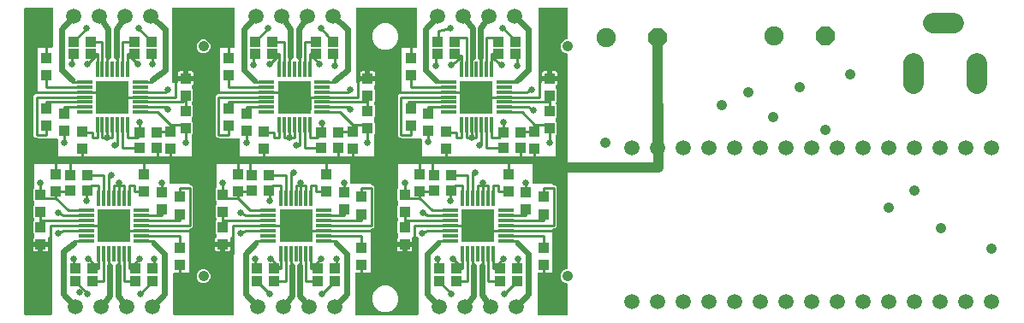
<source format=gbr>
G04 EAGLE Gerber RS-274X export*
G75*
%MOMM*%
%FSLAX34Y34*%
%LPD*%
%INTop Copper*%
%IPPOS*%
%AMOC8*
5,1,8,0,0,1.08239X$1,22.5*%
G01*
%ADD10C,1.500000*%
%ADD11R,1.500000X0.300000*%
%ADD12R,0.300000X1.500000*%
%ADD13R,3.200000X3.200000*%
%ADD14R,1.000000X1.100000*%
%ADD15R,1.100000X1.000000*%
%ADD16C,1.905000*%
%ADD17P,2.061953X8X22.500000*%
%ADD18C,2.000000*%
%ADD19C,0.254000*%
%ADD20C,0.650000*%
%ADD21C,1.050000*%
%ADD22C,2.250000*%
%ADD23C,1.016000*%
%ADD24C,0.304800*%
%ADD25C,0.609600*%
%ADD26C,0.406400*%

G36*
X540254Y262074D02*
X540254Y262074D01*
X540247Y262193D01*
X540234Y262231D01*
X540229Y262272D01*
X540186Y262382D01*
X540149Y262495D01*
X540127Y262530D01*
X540112Y262567D01*
X540043Y262663D01*
X539979Y262764D01*
X539949Y262792D01*
X539926Y262825D01*
X539834Y262901D01*
X539747Y262982D01*
X539712Y263002D01*
X539681Y263027D01*
X539573Y263078D01*
X539469Y263136D01*
X539429Y263146D01*
X539393Y263163D01*
X539276Y263185D01*
X539161Y263215D01*
X539101Y263219D01*
X539081Y263223D01*
X539060Y263221D01*
X539000Y263225D01*
X538652Y263225D01*
X536162Y264257D01*
X534257Y266162D01*
X533225Y268652D01*
X533225Y271348D01*
X534257Y273838D01*
X536162Y275743D01*
X538652Y276775D01*
X539000Y276775D01*
X539118Y276790D01*
X539237Y276797D01*
X539275Y276810D01*
X539316Y276815D01*
X539426Y276858D01*
X539539Y276895D01*
X539574Y276917D01*
X539611Y276932D01*
X539707Y277001D01*
X539808Y277065D01*
X539836Y277095D01*
X539869Y277118D01*
X539945Y277210D01*
X540026Y277297D01*
X540046Y277332D01*
X540071Y277363D01*
X540122Y277471D01*
X540180Y277575D01*
X540190Y277615D01*
X540207Y277651D01*
X540229Y277768D01*
X540259Y277883D01*
X540263Y277943D01*
X540267Y277963D01*
X540265Y277984D01*
X540266Y277996D01*
X540267Y277998D01*
X540267Y278001D01*
X540269Y278044D01*
X540269Y307500D01*
X540254Y307618D01*
X540247Y307737D01*
X540234Y307775D01*
X540229Y307816D01*
X540186Y307926D01*
X540149Y308039D01*
X540127Y308074D01*
X540112Y308111D01*
X540043Y308207D01*
X539979Y308308D01*
X539949Y308336D01*
X539926Y308369D01*
X539834Y308445D01*
X539747Y308526D01*
X539712Y308546D01*
X539681Y308571D01*
X539573Y308622D01*
X539469Y308680D01*
X539429Y308690D01*
X539393Y308707D01*
X539276Y308729D01*
X539161Y308759D01*
X539101Y308763D01*
X539081Y308767D01*
X539060Y308765D01*
X539000Y308769D01*
X512500Y308769D01*
X512382Y308754D01*
X512263Y308747D01*
X512225Y308734D01*
X512184Y308729D01*
X512074Y308686D01*
X511961Y308649D01*
X511926Y308627D01*
X511889Y308612D01*
X511793Y308543D01*
X511692Y308479D01*
X511664Y308449D01*
X511631Y308426D01*
X511556Y308334D01*
X511474Y308247D01*
X511454Y308212D01*
X511429Y308181D01*
X511378Y308073D01*
X511320Y307969D01*
X511310Y307929D01*
X511293Y307893D01*
X511271Y307776D01*
X511241Y307661D01*
X511237Y307601D01*
X511233Y307581D01*
X511235Y307560D01*
X511231Y307500D01*
X511231Y235000D01*
X511246Y234882D01*
X511253Y234763D01*
X511266Y234725D01*
X511271Y234684D01*
X511314Y234574D01*
X511351Y234461D01*
X511373Y234426D01*
X511388Y234389D01*
X511458Y234293D01*
X511521Y234192D01*
X511551Y234164D01*
X511574Y234131D01*
X511666Y234056D01*
X511753Y233974D01*
X511788Y233954D01*
X511819Y233929D01*
X511927Y233878D01*
X512031Y233820D01*
X512071Y233810D01*
X512107Y233793D01*
X512224Y233771D01*
X512339Y233741D01*
X512400Y233737D01*
X512420Y233733D01*
X512440Y233735D01*
X512500Y233731D01*
X513730Y233731D01*
X513848Y233746D01*
X513967Y233753D01*
X514005Y233766D01*
X514046Y233771D01*
X514156Y233814D01*
X514269Y233851D01*
X514304Y233873D01*
X514341Y233888D01*
X514437Y233958D01*
X514538Y234021D01*
X514566Y234051D01*
X514599Y234074D01*
X514675Y234166D01*
X514756Y234253D01*
X514776Y234288D01*
X514801Y234319D01*
X514852Y234427D01*
X514910Y234531D01*
X514920Y234571D01*
X514937Y234607D01*
X514959Y234724D01*
X514989Y234839D01*
X514993Y234900D01*
X514997Y234920D01*
X514995Y234940D01*
X514999Y235000D01*
X514999Y236001D01*
X521270Y236001D01*
X521388Y236016D01*
X521507Y236023D01*
X521545Y236035D01*
X521585Y236041D01*
X521696Y236084D01*
X521809Y236121D01*
X521843Y236143D01*
X521881Y236158D01*
X521977Y236227D01*
X522078Y236291D01*
X522106Y236321D01*
X522138Y236344D01*
X522214Y236436D01*
X522296Y236523D01*
X522315Y236558D01*
X522341Y236589D01*
X522392Y236697D01*
X522449Y236801D01*
X522459Y236841D01*
X522477Y236877D01*
X522497Y236984D01*
X522501Y236954D01*
X522545Y236844D01*
X522581Y236731D01*
X522603Y236696D01*
X522618Y236659D01*
X522688Y236562D01*
X522751Y236462D01*
X522781Y236434D01*
X522805Y236401D01*
X522896Y236325D01*
X522983Y236244D01*
X523018Y236224D01*
X523050Y236199D01*
X523157Y236148D01*
X523262Y236090D01*
X523301Y236080D01*
X523337Y236063D01*
X523454Y236041D01*
X523570Y236011D01*
X523630Y236007D01*
X523650Y236003D01*
X523670Y236005D01*
X523730Y236001D01*
X530001Y236001D01*
X530001Y233237D01*
X529864Y232728D01*
X529601Y232271D01*
X529126Y231797D01*
X529113Y231787D01*
X529047Y231703D01*
X528974Y231626D01*
X528948Y231579D01*
X528915Y231538D01*
X528872Y231440D01*
X528820Y231347D01*
X528807Y231296D01*
X528785Y231247D01*
X528768Y231142D01*
X528741Y231040D01*
X528736Y230955D01*
X528732Y230934D01*
X528733Y230918D01*
X528731Y230879D01*
X528731Y228451D01*
X528743Y228353D01*
X528746Y228254D01*
X528763Y228196D01*
X528771Y228136D01*
X528807Y228044D01*
X528835Y227949D01*
X528865Y227896D01*
X528888Y227840D01*
X528946Y227760D01*
X528996Y227675D01*
X529062Y227599D01*
X529074Y227583D01*
X529084Y227575D01*
X529103Y227554D01*
X529525Y227132D01*
X529525Y215868D01*
X529103Y215446D01*
X529042Y215368D01*
X528974Y215296D01*
X528945Y215243D01*
X528908Y215195D01*
X528868Y215104D01*
X528820Y215017D01*
X528805Y214959D01*
X528781Y214903D01*
X528766Y214805D01*
X528741Y214709D01*
X528735Y214609D01*
X528731Y214589D01*
X528733Y214577D01*
X528731Y214549D01*
X528731Y212951D01*
X528743Y212853D01*
X528746Y212754D01*
X528763Y212696D01*
X528771Y212636D01*
X528807Y212544D01*
X528835Y212449D01*
X528865Y212396D01*
X528888Y212340D01*
X528946Y212260D01*
X528996Y212175D01*
X529062Y212099D01*
X529074Y212083D01*
X529084Y212075D01*
X529103Y212054D01*
X529525Y211632D01*
X529525Y200368D01*
X529103Y199946D01*
X529042Y199868D01*
X528974Y199796D01*
X528945Y199743D01*
X528908Y199695D01*
X528868Y199604D01*
X528820Y199517D01*
X528805Y199459D01*
X528781Y199403D01*
X528766Y199305D01*
X528741Y199209D01*
X528735Y199109D01*
X528731Y199089D01*
X528733Y199077D01*
X528731Y199049D01*
X528731Y195951D01*
X528743Y195853D01*
X528746Y195754D01*
X528763Y195696D01*
X528771Y195636D01*
X528807Y195544D01*
X528835Y195449D01*
X528865Y195396D01*
X528888Y195340D01*
X528946Y195260D01*
X528996Y195175D01*
X529062Y195099D01*
X529074Y195083D01*
X529084Y195075D01*
X529103Y195054D01*
X529525Y194632D01*
X529525Y183368D01*
X529103Y182946D01*
X529042Y182868D01*
X528974Y182796D01*
X528945Y182743D01*
X528908Y182695D01*
X528868Y182604D01*
X528820Y182517D01*
X528805Y182459D01*
X528781Y182403D01*
X528766Y182305D01*
X528741Y182209D01*
X528735Y182109D01*
X528731Y182089D01*
X528733Y182077D01*
X528731Y182049D01*
X528731Y161269D01*
X396269Y161269D01*
X396269Y177500D01*
X396254Y177618D01*
X396247Y177737D01*
X396234Y177775D01*
X396229Y177816D01*
X396186Y177926D01*
X396149Y178039D01*
X396127Y178074D01*
X396112Y178111D01*
X396043Y178207D01*
X395979Y178308D01*
X395949Y178336D01*
X395926Y178369D01*
X395834Y178445D01*
X395747Y178526D01*
X395712Y178546D01*
X395681Y178571D01*
X395573Y178622D01*
X395469Y178680D01*
X395429Y178690D01*
X395393Y178707D01*
X395276Y178729D01*
X395161Y178759D01*
X395101Y178763D01*
X395081Y178767D01*
X395060Y178765D01*
X395000Y178769D01*
X376222Y178769D01*
X376186Y178862D01*
X376149Y178975D01*
X376127Y179010D01*
X376112Y179047D01*
X376043Y179143D01*
X375979Y179244D01*
X375949Y179272D01*
X375926Y179305D01*
X375834Y179381D01*
X375747Y179462D01*
X375712Y179482D01*
X375681Y179507D01*
X375573Y179558D01*
X375469Y179616D01*
X375429Y179626D01*
X375393Y179643D01*
X375276Y179665D01*
X375161Y179695D01*
X375101Y179699D01*
X375081Y179703D01*
X375060Y179701D01*
X375000Y179705D01*
X373842Y179705D01*
X372205Y181342D01*
X372205Y221158D01*
X373842Y222795D01*
X375000Y222795D01*
X375118Y222810D01*
X375237Y222817D01*
X375275Y222830D01*
X375316Y222835D01*
X375426Y222878D01*
X375539Y222915D01*
X375574Y222937D01*
X375611Y222952D01*
X375707Y223021D01*
X375808Y223085D01*
X375836Y223115D01*
X375869Y223138D01*
X375945Y223230D01*
X376026Y223317D01*
X376046Y223352D01*
X376071Y223383D01*
X376122Y223491D01*
X376180Y223595D01*
X376190Y223635D01*
X376207Y223671D01*
X376229Y223788D01*
X376259Y223903D01*
X376263Y223963D01*
X376267Y223983D01*
X376265Y224004D01*
X376269Y224064D01*
X376269Y268731D01*
X390000Y268731D01*
X390118Y268746D01*
X390237Y268753D01*
X390275Y268766D01*
X390316Y268771D01*
X390426Y268814D01*
X390539Y268851D01*
X390574Y268873D01*
X390611Y268888D01*
X390707Y268958D01*
X390808Y269021D01*
X390836Y269051D01*
X390869Y269074D01*
X390945Y269166D01*
X391026Y269253D01*
X391046Y269288D01*
X391071Y269319D01*
X391122Y269427D01*
X391180Y269531D01*
X391190Y269571D01*
X391207Y269607D01*
X391229Y269724D01*
X391259Y269839D01*
X391263Y269900D01*
X391267Y269920D01*
X391265Y269940D01*
X391269Y270000D01*
X391269Y307500D01*
X391254Y307618D01*
X391247Y307737D01*
X391234Y307775D01*
X391229Y307816D01*
X391186Y307926D01*
X391149Y308039D01*
X391127Y308074D01*
X391112Y308111D01*
X391043Y308207D01*
X390979Y308308D01*
X390949Y308336D01*
X390926Y308369D01*
X390834Y308445D01*
X390747Y308526D01*
X390712Y308546D01*
X390681Y308571D01*
X390573Y308622D01*
X390469Y308680D01*
X390429Y308690D01*
X390393Y308707D01*
X390276Y308729D01*
X390161Y308759D01*
X390101Y308763D01*
X390081Y308767D01*
X390060Y308765D01*
X390000Y308769D01*
X332500Y308769D01*
X332382Y308754D01*
X332263Y308747D01*
X332225Y308734D01*
X332184Y308729D01*
X332074Y308686D01*
X331961Y308649D01*
X331926Y308627D01*
X331889Y308612D01*
X331793Y308543D01*
X331692Y308479D01*
X331664Y308449D01*
X331631Y308426D01*
X331556Y308334D01*
X331474Y308247D01*
X331454Y308212D01*
X331429Y308181D01*
X331378Y308073D01*
X331320Y307969D01*
X331310Y307929D01*
X331293Y307893D01*
X331271Y307776D01*
X331241Y307661D01*
X331237Y307601D01*
X331233Y307581D01*
X331235Y307560D01*
X331231Y307500D01*
X331231Y235000D01*
X331246Y234882D01*
X331253Y234763D01*
X331266Y234725D01*
X331271Y234684D01*
X331314Y234574D01*
X331351Y234461D01*
X331373Y234426D01*
X331388Y234389D01*
X331458Y234293D01*
X331521Y234192D01*
X331551Y234164D01*
X331574Y234131D01*
X331666Y234056D01*
X331753Y233974D01*
X331788Y233954D01*
X331819Y233929D01*
X331927Y233878D01*
X332031Y233820D01*
X332071Y233810D01*
X332107Y233793D01*
X332224Y233771D01*
X332339Y233741D01*
X332400Y233737D01*
X332420Y233733D01*
X332440Y233735D01*
X332500Y233731D01*
X333730Y233731D01*
X333848Y233746D01*
X333967Y233753D01*
X334005Y233766D01*
X334046Y233771D01*
X334156Y233814D01*
X334269Y233851D01*
X334304Y233873D01*
X334341Y233888D01*
X334437Y233958D01*
X334538Y234021D01*
X334566Y234051D01*
X334599Y234074D01*
X334675Y234166D01*
X334756Y234253D01*
X334776Y234288D01*
X334801Y234319D01*
X334852Y234427D01*
X334910Y234531D01*
X334920Y234571D01*
X334937Y234607D01*
X334959Y234724D01*
X334989Y234839D01*
X334993Y234900D01*
X334997Y234920D01*
X334995Y234940D01*
X334999Y235000D01*
X334999Y236001D01*
X341270Y236001D01*
X341388Y236016D01*
X341507Y236023D01*
X341545Y236035D01*
X341585Y236041D01*
X341696Y236084D01*
X341809Y236121D01*
X341843Y236143D01*
X341881Y236158D01*
X341977Y236227D01*
X342078Y236291D01*
X342106Y236321D01*
X342138Y236344D01*
X342214Y236436D01*
X342296Y236523D01*
X342315Y236558D01*
X342341Y236589D01*
X342392Y236697D01*
X342449Y236801D01*
X342459Y236841D01*
X342477Y236877D01*
X342497Y236984D01*
X342501Y236954D01*
X342545Y236844D01*
X342581Y236731D01*
X342603Y236696D01*
X342618Y236659D01*
X342688Y236562D01*
X342751Y236462D01*
X342781Y236434D01*
X342805Y236401D01*
X342896Y236325D01*
X342983Y236244D01*
X343018Y236224D01*
X343050Y236199D01*
X343157Y236148D01*
X343262Y236090D01*
X343301Y236080D01*
X343337Y236063D01*
X343454Y236041D01*
X343570Y236011D01*
X343630Y236007D01*
X343650Y236003D01*
X343670Y236005D01*
X343730Y236001D01*
X350001Y236001D01*
X350001Y233237D01*
X349864Y232728D01*
X349601Y232271D01*
X349126Y231797D01*
X349113Y231787D01*
X349047Y231703D01*
X348974Y231626D01*
X348948Y231579D01*
X348915Y231538D01*
X348872Y231440D01*
X348820Y231347D01*
X348807Y231296D01*
X348785Y231247D01*
X348768Y231142D01*
X348741Y231040D01*
X348736Y230955D01*
X348732Y230934D01*
X348733Y230918D01*
X348731Y230879D01*
X348731Y228451D01*
X348743Y228353D01*
X348746Y228254D01*
X348763Y228196D01*
X348771Y228136D01*
X348807Y228044D01*
X348835Y227949D01*
X348865Y227896D01*
X348888Y227840D01*
X348946Y227760D01*
X348996Y227675D01*
X349062Y227599D01*
X349074Y227583D01*
X349084Y227575D01*
X349103Y227554D01*
X349525Y227132D01*
X349525Y215868D01*
X349103Y215446D01*
X349042Y215368D01*
X348974Y215296D01*
X348945Y215243D01*
X348908Y215195D01*
X348868Y215104D01*
X348820Y215017D01*
X348805Y214959D01*
X348781Y214903D01*
X348766Y214805D01*
X348741Y214709D01*
X348735Y214609D01*
X348731Y214589D01*
X348733Y214577D01*
X348731Y214549D01*
X348731Y212951D01*
X348743Y212853D01*
X348746Y212754D01*
X348763Y212696D01*
X348771Y212636D01*
X348807Y212544D01*
X348835Y212449D01*
X348865Y212396D01*
X348888Y212340D01*
X348946Y212260D01*
X348996Y212175D01*
X349062Y212099D01*
X349074Y212083D01*
X349084Y212075D01*
X349103Y212054D01*
X349525Y211632D01*
X349525Y200368D01*
X349103Y199946D01*
X349042Y199868D01*
X348974Y199796D01*
X348945Y199743D01*
X348908Y199695D01*
X348868Y199604D01*
X348820Y199517D01*
X348805Y199459D01*
X348781Y199403D01*
X348766Y199305D01*
X348741Y199209D01*
X348735Y199109D01*
X348731Y199089D01*
X348733Y199077D01*
X348731Y199049D01*
X348731Y195951D01*
X348743Y195853D01*
X348746Y195754D01*
X348763Y195696D01*
X348771Y195636D01*
X348807Y195544D01*
X348835Y195449D01*
X348865Y195396D01*
X348888Y195340D01*
X348946Y195260D01*
X348996Y195175D01*
X349062Y195099D01*
X349074Y195083D01*
X349084Y195075D01*
X349103Y195054D01*
X349525Y194632D01*
X349525Y183368D01*
X349103Y182946D01*
X349042Y182868D01*
X348974Y182796D01*
X348945Y182743D01*
X348908Y182695D01*
X348868Y182604D01*
X348820Y182517D01*
X348805Y182459D01*
X348781Y182403D01*
X348766Y182305D01*
X348741Y182209D01*
X348735Y182109D01*
X348731Y182089D01*
X348733Y182077D01*
X348731Y182049D01*
X348731Y161269D01*
X216269Y161269D01*
X216269Y177500D01*
X216254Y177618D01*
X216247Y177737D01*
X216234Y177775D01*
X216229Y177816D01*
X216186Y177926D01*
X216149Y178039D01*
X216127Y178074D01*
X216112Y178111D01*
X216043Y178207D01*
X215979Y178308D01*
X215949Y178336D01*
X215926Y178369D01*
X215834Y178445D01*
X215747Y178526D01*
X215712Y178546D01*
X215681Y178571D01*
X215573Y178622D01*
X215469Y178680D01*
X215429Y178690D01*
X215393Y178707D01*
X215276Y178729D01*
X215161Y178759D01*
X215101Y178763D01*
X215081Y178767D01*
X215060Y178765D01*
X215000Y178769D01*
X196222Y178769D01*
X196186Y178862D01*
X196149Y178975D01*
X196127Y179010D01*
X196112Y179047D01*
X196043Y179143D01*
X195979Y179244D01*
X195949Y179272D01*
X195926Y179305D01*
X195834Y179381D01*
X195747Y179462D01*
X195712Y179482D01*
X195681Y179507D01*
X195573Y179558D01*
X195469Y179616D01*
X195429Y179626D01*
X195393Y179643D01*
X195276Y179665D01*
X195161Y179695D01*
X195101Y179699D01*
X195081Y179703D01*
X195060Y179701D01*
X195000Y179705D01*
X193842Y179705D01*
X192205Y181342D01*
X192205Y221158D01*
X193842Y222795D01*
X195000Y222795D01*
X195118Y222810D01*
X195237Y222817D01*
X195275Y222830D01*
X195316Y222835D01*
X195426Y222878D01*
X195539Y222915D01*
X195574Y222937D01*
X195611Y222952D01*
X195707Y223021D01*
X195808Y223085D01*
X195836Y223115D01*
X195869Y223138D01*
X195945Y223230D01*
X196026Y223317D01*
X196046Y223352D01*
X196071Y223383D01*
X196122Y223491D01*
X196180Y223595D01*
X196190Y223635D01*
X196207Y223671D01*
X196229Y223788D01*
X196259Y223903D01*
X196263Y223963D01*
X196267Y223983D01*
X196265Y224004D01*
X196269Y224064D01*
X196269Y268731D01*
X210000Y268731D01*
X210118Y268746D01*
X210237Y268753D01*
X210275Y268766D01*
X210316Y268771D01*
X210426Y268814D01*
X210539Y268851D01*
X210574Y268873D01*
X210611Y268888D01*
X210707Y268958D01*
X210808Y269021D01*
X210836Y269051D01*
X210869Y269074D01*
X210945Y269166D01*
X211026Y269253D01*
X211046Y269288D01*
X211071Y269319D01*
X211122Y269427D01*
X211180Y269531D01*
X211190Y269571D01*
X211207Y269607D01*
X211229Y269724D01*
X211259Y269839D01*
X211263Y269900D01*
X211267Y269920D01*
X211265Y269940D01*
X211269Y270000D01*
X211269Y307500D01*
X211254Y307618D01*
X211247Y307737D01*
X211234Y307775D01*
X211229Y307816D01*
X211186Y307926D01*
X211149Y308039D01*
X211127Y308074D01*
X211112Y308111D01*
X211043Y308207D01*
X210979Y308308D01*
X210949Y308336D01*
X210926Y308369D01*
X210834Y308445D01*
X210747Y308526D01*
X210712Y308546D01*
X210681Y308571D01*
X210573Y308622D01*
X210469Y308680D01*
X210429Y308690D01*
X210393Y308707D01*
X210276Y308729D01*
X210161Y308759D01*
X210101Y308763D01*
X210081Y308767D01*
X210060Y308765D01*
X210000Y308769D01*
X150000Y308769D01*
X149882Y308754D01*
X149763Y308747D01*
X149725Y308734D01*
X149684Y308729D01*
X149574Y308686D01*
X149461Y308649D01*
X149426Y308627D01*
X149389Y308612D01*
X149293Y308543D01*
X149192Y308479D01*
X149164Y308449D01*
X149131Y308426D01*
X149056Y308334D01*
X148974Y308247D01*
X148954Y308212D01*
X148929Y308181D01*
X148878Y308073D01*
X148820Y307969D01*
X148810Y307929D01*
X148793Y307893D01*
X148771Y307776D01*
X148741Y307661D01*
X148737Y307601D01*
X148733Y307581D01*
X148735Y307560D01*
X148731Y307500D01*
X148731Y235000D01*
X148746Y234882D01*
X148753Y234763D01*
X148766Y234725D01*
X148771Y234684D01*
X148814Y234574D01*
X148851Y234461D01*
X148873Y234426D01*
X148888Y234389D01*
X148958Y234293D01*
X149021Y234192D01*
X149051Y234164D01*
X149074Y234131D01*
X149166Y234056D01*
X149253Y233974D01*
X149288Y233954D01*
X149319Y233929D01*
X149427Y233878D01*
X149531Y233820D01*
X149571Y233810D01*
X149607Y233793D01*
X149724Y233771D01*
X149839Y233741D01*
X149900Y233737D01*
X149920Y233733D01*
X149940Y233735D01*
X150000Y233731D01*
X153730Y233731D01*
X153848Y233746D01*
X153967Y233753D01*
X154005Y233766D01*
X154046Y233771D01*
X154156Y233814D01*
X154269Y233851D01*
X154304Y233873D01*
X154341Y233888D01*
X154437Y233958D01*
X154538Y234021D01*
X154566Y234051D01*
X154599Y234074D01*
X154675Y234166D01*
X154756Y234253D01*
X154776Y234288D01*
X154801Y234319D01*
X154852Y234427D01*
X154910Y234531D01*
X154920Y234571D01*
X154937Y234607D01*
X154959Y234724D01*
X154989Y234839D01*
X154993Y234900D01*
X154997Y234920D01*
X154995Y234940D01*
X154999Y235000D01*
X154999Y236001D01*
X161270Y236001D01*
X161388Y236016D01*
X161507Y236023D01*
X161545Y236035D01*
X161585Y236041D01*
X161696Y236084D01*
X161809Y236121D01*
X161843Y236143D01*
X161881Y236158D01*
X161977Y236227D01*
X162078Y236291D01*
X162106Y236321D01*
X162138Y236344D01*
X162214Y236436D01*
X162296Y236523D01*
X162315Y236558D01*
X162341Y236589D01*
X162392Y236697D01*
X162449Y236801D01*
X162459Y236841D01*
X162477Y236877D01*
X162497Y236984D01*
X162501Y236954D01*
X162545Y236844D01*
X162581Y236731D01*
X162603Y236696D01*
X162618Y236659D01*
X162688Y236562D01*
X162751Y236462D01*
X162781Y236434D01*
X162805Y236401D01*
X162896Y236325D01*
X162983Y236244D01*
X163018Y236224D01*
X163050Y236199D01*
X163157Y236148D01*
X163262Y236090D01*
X163301Y236080D01*
X163337Y236063D01*
X163454Y236041D01*
X163570Y236011D01*
X163630Y236007D01*
X163650Y236003D01*
X163670Y236005D01*
X163730Y236001D01*
X170001Y236001D01*
X170001Y233237D01*
X169864Y232728D01*
X169601Y232271D01*
X169126Y231797D01*
X169113Y231787D01*
X169047Y231703D01*
X168974Y231626D01*
X168948Y231579D01*
X168915Y231538D01*
X168872Y231440D01*
X168820Y231347D01*
X168807Y231296D01*
X168785Y231247D01*
X168768Y231142D01*
X168741Y231040D01*
X168736Y230955D01*
X168732Y230934D01*
X168733Y230918D01*
X168731Y230879D01*
X168731Y228451D01*
X168743Y228353D01*
X168746Y228254D01*
X168763Y228196D01*
X168771Y228136D01*
X168807Y228044D01*
X168835Y227949D01*
X168865Y227896D01*
X168888Y227840D01*
X168946Y227760D01*
X168996Y227675D01*
X169062Y227599D01*
X169074Y227583D01*
X169084Y227575D01*
X169103Y227554D01*
X169525Y227132D01*
X169525Y215868D01*
X169103Y215446D01*
X169042Y215368D01*
X168974Y215296D01*
X168945Y215243D01*
X168908Y215195D01*
X168868Y215104D01*
X168820Y215017D01*
X168805Y214959D01*
X168781Y214903D01*
X168766Y214805D01*
X168741Y214709D01*
X168735Y214609D01*
X168731Y214589D01*
X168733Y214577D01*
X168731Y214549D01*
X168731Y212951D01*
X168743Y212853D01*
X168746Y212754D01*
X168763Y212696D01*
X168771Y212636D01*
X168807Y212544D01*
X168835Y212449D01*
X168865Y212396D01*
X168888Y212340D01*
X168946Y212260D01*
X168996Y212175D01*
X169062Y212099D01*
X169074Y212083D01*
X169084Y212075D01*
X169103Y212054D01*
X169525Y211632D01*
X169525Y200368D01*
X169103Y199946D01*
X169042Y199868D01*
X168974Y199796D01*
X168945Y199743D01*
X168908Y199695D01*
X168868Y199604D01*
X168820Y199517D01*
X168805Y199459D01*
X168781Y199403D01*
X168766Y199305D01*
X168741Y199209D01*
X168735Y199109D01*
X168731Y199089D01*
X168733Y199077D01*
X168731Y199049D01*
X168731Y195951D01*
X168743Y195853D01*
X168746Y195754D01*
X168763Y195696D01*
X168771Y195636D01*
X168807Y195544D01*
X168835Y195449D01*
X168865Y195396D01*
X168888Y195340D01*
X168946Y195260D01*
X168996Y195175D01*
X169062Y195099D01*
X169074Y195083D01*
X169084Y195075D01*
X169103Y195054D01*
X169525Y194632D01*
X169525Y183368D01*
X169103Y182946D01*
X169042Y182868D01*
X168974Y182796D01*
X168945Y182743D01*
X168908Y182695D01*
X168868Y182604D01*
X168820Y182517D01*
X168805Y182459D01*
X168781Y182403D01*
X168766Y182305D01*
X168741Y182209D01*
X168735Y182109D01*
X168731Y182089D01*
X168733Y182077D01*
X168731Y182049D01*
X168731Y161269D01*
X36269Y161269D01*
X36269Y177500D01*
X36254Y177618D01*
X36247Y177737D01*
X36234Y177775D01*
X36229Y177816D01*
X36186Y177926D01*
X36149Y178039D01*
X36127Y178074D01*
X36112Y178111D01*
X36043Y178207D01*
X35979Y178308D01*
X35949Y178336D01*
X35926Y178369D01*
X35834Y178445D01*
X35747Y178526D01*
X35712Y178546D01*
X35681Y178571D01*
X35573Y178622D01*
X35469Y178680D01*
X35429Y178690D01*
X35393Y178707D01*
X35276Y178729D01*
X35161Y178759D01*
X35101Y178763D01*
X35081Y178767D01*
X35060Y178765D01*
X35000Y178769D01*
X16222Y178769D01*
X16186Y178862D01*
X16149Y178975D01*
X16127Y179010D01*
X16112Y179047D01*
X16043Y179143D01*
X15979Y179244D01*
X15949Y179272D01*
X15926Y179305D01*
X15834Y179381D01*
X15747Y179462D01*
X15712Y179482D01*
X15681Y179507D01*
X15573Y179558D01*
X15469Y179616D01*
X15429Y179626D01*
X15393Y179643D01*
X15276Y179665D01*
X15161Y179695D01*
X15101Y179699D01*
X15081Y179703D01*
X15060Y179701D01*
X15000Y179705D01*
X13842Y179705D01*
X12205Y181342D01*
X12205Y221158D01*
X13842Y222795D01*
X15000Y222795D01*
X15118Y222810D01*
X15237Y222817D01*
X15275Y222830D01*
X15316Y222835D01*
X15426Y222878D01*
X15539Y222915D01*
X15574Y222937D01*
X15611Y222952D01*
X15707Y223021D01*
X15808Y223085D01*
X15836Y223115D01*
X15869Y223138D01*
X15944Y223230D01*
X16026Y223317D01*
X16046Y223352D01*
X16071Y223383D01*
X16122Y223491D01*
X16180Y223595D01*
X16190Y223635D01*
X16207Y223671D01*
X16229Y223788D01*
X16259Y223903D01*
X16263Y223963D01*
X16267Y223983D01*
X16265Y224004D01*
X16269Y224064D01*
X16269Y268731D01*
X30000Y268731D01*
X30118Y268746D01*
X30237Y268753D01*
X30275Y268766D01*
X30316Y268771D01*
X30426Y268814D01*
X30539Y268851D01*
X30574Y268873D01*
X30611Y268888D01*
X30707Y268958D01*
X30808Y269021D01*
X30836Y269051D01*
X30869Y269074D01*
X30945Y269166D01*
X31026Y269253D01*
X31046Y269288D01*
X31071Y269319D01*
X31122Y269427D01*
X31180Y269531D01*
X31190Y269571D01*
X31207Y269607D01*
X31229Y269724D01*
X31259Y269839D01*
X31263Y269900D01*
X31267Y269920D01*
X31265Y269940D01*
X31269Y270000D01*
X31269Y307500D01*
X31254Y307618D01*
X31247Y307737D01*
X31234Y307775D01*
X31229Y307816D01*
X31186Y307926D01*
X31149Y308039D01*
X31127Y308074D01*
X31112Y308111D01*
X31043Y308207D01*
X30979Y308308D01*
X30949Y308336D01*
X30926Y308369D01*
X30834Y308445D01*
X30747Y308526D01*
X30712Y308546D01*
X30681Y308571D01*
X30573Y308622D01*
X30469Y308680D01*
X30429Y308690D01*
X30393Y308707D01*
X30276Y308729D01*
X30161Y308759D01*
X30101Y308763D01*
X30081Y308767D01*
X30060Y308765D01*
X30000Y308769D01*
X4278Y308769D01*
X4160Y308754D01*
X4041Y308747D01*
X4003Y308734D01*
X3962Y308729D01*
X3852Y308686D01*
X3739Y308649D01*
X3704Y308627D01*
X3667Y308612D01*
X3571Y308543D01*
X3470Y308479D01*
X3442Y308449D01*
X3409Y308426D01*
X3333Y308334D01*
X3252Y308247D01*
X3232Y308212D01*
X3207Y308181D01*
X3156Y308073D01*
X3098Y307969D01*
X3088Y307929D01*
X3071Y307893D01*
X3049Y307776D01*
X3019Y307661D01*
X3015Y307601D01*
X3011Y307581D01*
X3013Y307560D01*
X3009Y307500D01*
X3009Y5000D01*
X3024Y4882D01*
X3031Y4763D01*
X3044Y4725D01*
X3049Y4684D01*
X3092Y4574D01*
X3129Y4461D01*
X3151Y4426D01*
X3166Y4389D01*
X3235Y4293D01*
X3299Y4192D01*
X3329Y4164D01*
X3352Y4131D01*
X3444Y4056D01*
X3531Y3974D01*
X3566Y3954D01*
X3597Y3929D01*
X3705Y3878D01*
X3809Y3820D01*
X3849Y3810D01*
X3885Y3793D01*
X4002Y3771D01*
X4117Y3741D01*
X4177Y3737D01*
X4197Y3733D01*
X4218Y3735D01*
X4278Y3731D01*
X29000Y3731D01*
X29118Y3746D01*
X29237Y3753D01*
X29275Y3766D01*
X29316Y3771D01*
X29426Y3814D01*
X29539Y3851D01*
X29574Y3873D01*
X29611Y3888D01*
X29707Y3958D01*
X29808Y4021D01*
X29836Y4051D01*
X29869Y4074D01*
X29945Y4166D01*
X30026Y4253D01*
X30046Y4288D01*
X30071Y4319D01*
X30122Y4427D01*
X30180Y4531D01*
X30190Y4571D01*
X30207Y4607D01*
X30229Y4724D01*
X30259Y4839D01*
X30263Y4900D01*
X30267Y4920D01*
X30265Y4940D01*
X30269Y5000D01*
X30269Y80000D01*
X30254Y80118D01*
X30247Y80237D01*
X30234Y80275D01*
X30229Y80316D01*
X30186Y80426D01*
X30149Y80539D01*
X30127Y80574D01*
X30112Y80611D01*
X30043Y80707D01*
X29979Y80808D01*
X29949Y80836D01*
X29926Y80869D01*
X29834Y80945D01*
X29747Y81026D01*
X29712Y81046D01*
X29681Y81071D01*
X29573Y81122D01*
X29469Y81180D01*
X29429Y81190D01*
X29393Y81207D01*
X29276Y81229D01*
X29161Y81259D01*
X29101Y81263D01*
X29081Y81267D01*
X29060Y81265D01*
X29000Y81269D01*
X27617Y81269D01*
X27492Y81253D01*
X27367Y81244D01*
X27335Y81234D01*
X27302Y81229D01*
X27185Y81183D01*
X27066Y81143D01*
X27037Y81125D01*
X27006Y81112D01*
X26904Y81039D01*
X26799Y80970D01*
X26776Y80945D01*
X26749Y80926D01*
X26669Y80829D01*
X26583Y80736D01*
X26567Y80707D01*
X26546Y80681D01*
X26493Y80567D01*
X26433Y80456D01*
X26425Y80423D01*
X26410Y80393D01*
X26387Y80270D01*
X26357Y80147D01*
X26357Y80114D01*
X26351Y80081D01*
X26358Y79955D01*
X26360Y79829D01*
X26369Y79781D01*
X26370Y79763D01*
X26377Y79743D01*
X26391Y79671D01*
X26501Y79263D01*
X26501Y76499D01*
X20230Y76499D01*
X20112Y76484D01*
X19993Y76477D01*
X19955Y76464D01*
X19915Y76459D01*
X19804Y76416D01*
X19691Y76379D01*
X19657Y76357D01*
X19619Y76342D01*
X19523Y76273D01*
X19422Y76209D01*
X19394Y76179D01*
X19362Y76156D01*
X19286Y76064D01*
X19204Y75977D01*
X19185Y75942D01*
X19159Y75911D01*
X19108Y75803D01*
X19051Y75699D01*
X19041Y75659D01*
X19023Y75623D01*
X19003Y75516D01*
X18999Y75546D01*
X18955Y75656D01*
X18919Y75769D01*
X18897Y75804D01*
X18882Y75841D01*
X18812Y75937D01*
X18749Y76038D01*
X18719Y76066D01*
X18695Y76099D01*
X18604Y76175D01*
X18517Y76256D01*
X18482Y76276D01*
X18450Y76301D01*
X18343Y76352D01*
X18238Y76410D01*
X18199Y76420D01*
X18163Y76437D01*
X18046Y76459D01*
X17930Y76489D01*
X17870Y76493D01*
X17850Y76497D01*
X17830Y76495D01*
X17770Y76499D01*
X11499Y76499D01*
X11499Y79263D01*
X11636Y79772D01*
X11899Y80229D01*
X12372Y80702D01*
X12385Y80712D01*
X12452Y80796D01*
X12526Y80874D01*
X12551Y80920D01*
X12584Y80960D01*
X12628Y81058D01*
X12680Y81153D01*
X12693Y81203D01*
X12714Y81251D01*
X12732Y81356D01*
X12759Y81460D01*
X12764Y81542D01*
X12768Y81564D01*
X12767Y81580D01*
X12769Y81621D01*
X12769Y84049D01*
X12757Y84147D01*
X12754Y84246D01*
X12737Y84304D01*
X12729Y84364D01*
X12693Y84456D01*
X12665Y84551D01*
X12635Y84604D01*
X12612Y84660D01*
X12554Y84740D01*
X12504Y84825D01*
X12438Y84901D01*
X12426Y84917D01*
X12416Y84925D01*
X12397Y84946D01*
X11975Y85368D01*
X11975Y96632D01*
X12397Y97054D01*
X12458Y97132D01*
X12526Y97204D01*
X12555Y97257D01*
X12592Y97305D01*
X12632Y97396D01*
X12680Y97483D01*
X12695Y97541D01*
X12719Y97597D01*
X12734Y97695D01*
X12759Y97791D01*
X12765Y97891D01*
X12769Y97911D01*
X12767Y97923D01*
X12769Y97951D01*
X12769Y99549D01*
X12757Y99647D01*
X12754Y99746D01*
X12737Y99804D01*
X12729Y99864D01*
X12693Y99956D01*
X12665Y100051D01*
X12635Y100104D01*
X12612Y100160D01*
X12554Y100240D01*
X12504Y100325D01*
X12438Y100401D01*
X12426Y100417D01*
X12416Y100425D01*
X12397Y100446D01*
X11975Y100868D01*
X11975Y112132D01*
X12397Y112554D01*
X12458Y112632D01*
X12526Y112704D01*
X12555Y112757D01*
X12592Y112805D01*
X12632Y112896D01*
X12680Y112983D01*
X12695Y113041D01*
X12719Y113097D01*
X12734Y113195D01*
X12759Y113291D01*
X12765Y113391D01*
X12769Y113411D01*
X12767Y113423D01*
X12769Y113451D01*
X12769Y116549D01*
X12757Y116647D01*
X12754Y116746D01*
X12737Y116804D01*
X12729Y116864D01*
X12693Y116956D01*
X12665Y117051D01*
X12635Y117104D01*
X12612Y117160D01*
X12554Y117240D01*
X12504Y117325D01*
X12438Y117401D01*
X12426Y117417D01*
X12416Y117425D01*
X12397Y117446D01*
X11975Y117868D01*
X11975Y129132D01*
X12397Y129554D01*
X12458Y129632D01*
X12526Y129704D01*
X12555Y129757D01*
X12592Y129805D01*
X12632Y129896D01*
X12680Y129983D01*
X12695Y130041D01*
X12719Y130097D01*
X12734Y130195D01*
X12759Y130291D01*
X12765Y130391D01*
X12769Y130411D01*
X12767Y130423D01*
X12769Y130451D01*
X12769Y153731D01*
X146231Y153731D01*
X146231Y135000D01*
X146246Y134882D01*
X146253Y134763D01*
X146266Y134725D01*
X146271Y134684D01*
X146314Y134574D01*
X146351Y134461D01*
X146373Y134426D01*
X146388Y134389D01*
X146458Y134293D01*
X146521Y134192D01*
X146551Y134164D01*
X146574Y134131D01*
X146666Y134056D01*
X146753Y133974D01*
X146788Y133954D01*
X146819Y133929D01*
X146927Y133878D01*
X147031Y133820D01*
X147071Y133810D01*
X147107Y133793D01*
X147224Y133771D01*
X147339Y133741D01*
X147400Y133737D01*
X147420Y133733D01*
X147440Y133735D01*
X147500Y133731D01*
X166278Y133731D01*
X166314Y133638D01*
X166351Y133525D01*
X166373Y133490D01*
X166388Y133453D01*
X166458Y133357D01*
X166521Y133256D01*
X166551Y133228D01*
X166574Y133195D01*
X166666Y133119D01*
X166753Y133038D01*
X166788Y133018D01*
X166819Y132993D01*
X166927Y132942D01*
X167031Y132884D01*
X167071Y132874D01*
X167107Y132857D01*
X167224Y132835D01*
X167339Y132805D01*
X167400Y132801D01*
X167420Y132797D01*
X167440Y132799D01*
X167500Y132795D01*
X167658Y132795D01*
X169295Y131158D01*
X169295Y91342D01*
X167658Y89705D01*
X167500Y89705D01*
X167382Y89690D01*
X167263Y89683D01*
X167225Y89670D01*
X167184Y89665D01*
X167074Y89622D01*
X166961Y89585D01*
X166926Y89563D01*
X166889Y89548D01*
X166793Y89479D01*
X166692Y89415D01*
X166664Y89385D01*
X166631Y89362D01*
X166556Y89270D01*
X166474Y89183D01*
X166454Y89148D01*
X166429Y89117D01*
X166378Y89009D01*
X166320Y88905D01*
X166310Y88865D01*
X166293Y88829D01*
X166271Y88712D01*
X166241Y88597D01*
X166237Y88537D01*
X166233Y88517D01*
X166235Y88496D01*
X166231Y88436D01*
X166231Y46269D01*
X151500Y46269D01*
X151382Y46254D01*
X151263Y46247D01*
X151225Y46234D01*
X151184Y46229D01*
X151074Y46186D01*
X150961Y46149D01*
X150926Y46127D01*
X150889Y46112D01*
X150793Y46043D01*
X150692Y45979D01*
X150664Y45949D01*
X150631Y45926D01*
X150556Y45834D01*
X150474Y45747D01*
X150454Y45712D01*
X150429Y45681D01*
X150378Y45573D01*
X150320Y45469D01*
X150310Y45429D01*
X150293Y45393D01*
X150271Y45276D01*
X150241Y45161D01*
X150237Y45101D01*
X150233Y45081D01*
X150235Y45060D01*
X150231Y45000D01*
X150231Y5000D01*
X150246Y4882D01*
X150253Y4763D01*
X150266Y4725D01*
X150271Y4684D01*
X150314Y4574D01*
X150351Y4461D01*
X150373Y4426D01*
X150388Y4389D01*
X150458Y4293D01*
X150521Y4192D01*
X150551Y4164D01*
X150574Y4131D01*
X150666Y4056D01*
X150753Y3974D01*
X150788Y3954D01*
X150819Y3929D01*
X150927Y3878D01*
X151031Y3820D01*
X151071Y3810D01*
X151107Y3793D01*
X151224Y3771D01*
X151339Y3741D01*
X151400Y3737D01*
X151420Y3733D01*
X151440Y3735D01*
X151500Y3731D01*
X209000Y3731D01*
X209118Y3746D01*
X209237Y3753D01*
X209275Y3766D01*
X209316Y3771D01*
X209426Y3814D01*
X209539Y3851D01*
X209574Y3873D01*
X209611Y3888D01*
X209707Y3958D01*
X209808Y4021D01*
X209836Y4051D01*
X209869Y4074D01*
X209945Y4166D01*
X210026Y4253D01*
X210046Y4288D01*
X210071Y4319D01*
X210122Y4427D01*
X210180Y4531D01*
X210190Y4571D01*
X210207Y4607D01*
X210229Y4724D01*
X210259Y4839D01*
X210263Y4900D01*
X210267Y4920D01*
X210265Y4940D01*
X210269Y5000D01*
X210269Y80000D01*
X210254Y80118D01*
X210247Y80237D01*
X210234Y80275D01*
X210229Y80316D01*
X210186Y80426D01*
X210149Y80539D01*
X210127Y80574D01*
X210112Y80611D01*
X210043Y80707D01*
X209979Y80808D01*
X209949Y80836D01*
X209926Y80869D01*
X209834Y80945D01*
X209747Y81026D01*
X209712Y81046D01*
X209681Y81071D01*
X209573Y81122D01*
X209469Y81180D01*
X209429Y81190D01*
X209393Y81207D01*
X209276Y81229D01*
X209161Y81259D01*
X209101Y81263D01*
X209081Y81267D01*
X209060Y81265D01*
X209000Y81269D01*
X207617Y81269D01*
X207492Y81253D01*
X207367Y81244D01*
X207335Y81234D01*
X207302Y81229D01*
X207185Y81183D01*
X207066Y81143D01*
X207037Y81125D01*
X207006Y81112D01*
X206904Y81039D01*
X206799Y80970D01*
X206776Y80945D01*
X206749Y80926D01*
X206669Y80829D01*
X206583Y80736D01*
X206567Y80707D01*
X206546Y80681D01*
X206493Y80567D01*
X206433Y80456D01*
X206425Y80423D01*
X206410Y80393D01*
X206387Y80270D01*
X206357Y80147D01*
X206357Y80114D01*
X206351Y80081D01*
X206358Y79955D01*
X206360Y79829D01*
X206369Y79781D01*
X206370Y79763D01*
X206377Y79743D01*
X206391Y79671D01*
X206501Y79263D01*
X206501Y76499D01*
X200230Y76499D01*
X200112Y76484D01*
X199993Y76477D01*
X199955Y76464D01*
X199915Y76459D01*
X199804Y76416D01*
X199691Y76379D01*
X199657Y76357D01*
X199619Y76342D01*
X199523Y76273D01*
X199422Y76209D01*
X199394Y76179D01*
X199362Y76156D01*
X199286Y76064D01*
X199204Y75977D01*
X199185Y75942D01*
X199159Y75911D01*
X199108Y75803D01*
X199051Y75699D01*
X199041Y75659D01*
X199023Y75623D01*
X199003Y75516D01*
X198999Y75546D01*
X198955Y75656D01*
X198919Y75769D01*
X198897Y75804D01*
X198882Y75841D01*
X198812Y75937D01*
X198749Y76038D01*
X198719Y76066D01*
X198695Y76099D01*
X198604Y76175D01*
X198517Y76256D01*
X198482Y76276D01*
X198450Y76301D01*
X198343Y76352D01*
X198238Y76410D01*
X198199Y76420D01*
X198163Y76437D01*
X198046Y76459D01*
X197930Y76489D01*
X197870Y76493D01*
X197850Y76497D01*
X197830Y76495D01*
X197770Y76499D01*
X191499Y76499D01*
X191499Y79263D01*
X191636Y79772D01*
X191899Y80229D01*
X192372Y80702D01*
X192385Y80712D01*
X192452Y80796D01*
X192526Y80874D01*
X192551Y80920D01*
X192584Y80960D01*
X192628Y81058D01*
X192680Y81153D01*
X192693Y81203D01*
X192714Y81251D01*
X192732Y81356D01*
X192759Y81460D01*
X192764Y81542D01*
X192768Y81564D01*
X192767Y81580D01*
X192769Y81621D01*
X192769Y84049D01*
X192757Y84147D01*
X192754Y84246D01*
X192737Y84304D01*
X192729Y84364D01*
X192693Y84456D01*
X192665Y84551D01*
X192635Y84604D01*
X192612Y84660D01*
X192554Y84740D01*
X192504Y84825D01*
X192438Y84901D01*
X192426Y84917D01*
X192416Y84925D01*
X192397Y84946D01*
X191975Y85368D01*
X191975Y96632D01*
X192397Y97054D01*
X192458Y97132D01*
X192526Y97204D01*
X192555Y97257D01*
X192592Y97305D01*
X192632Y97396D01*
X192680Y97483D01*
X192695Y97541D01*
X192719Y97597D01*
X192734Y97695D01*
X192759Y97791D01*
X192765Y97891D01*
X192769Y97911D01*
X192767Y97923D01*
X192769Y97951D01*
X192769Y99549D01*
X192757Y99647D01*
X192754Y99746D01*
X192737Y99804D01*
X192729Y99864D01*
X192693Y99956D01*
X192665Y100051D01*
X192635Y100104D01*
X192612Y100160D01*
X192554Y100240D01*
X192504Y100325D01*
X192438Y100401D01*
X192426Y100417D01*
X192416Y100425D01*
X192397Y100446D01*
X191975Y100868D01*
X191975Y112132D01*
X192397Y112554D01*
X192458Y112632D01*
X192526Y112704D01*
X192555Y112757D01*
X192592Y112805D01*
X192632Y112896D01*
X192680Y112983D01*
X192695Y113041D01*
X192719Y113097D01*
X192734Y113195D01*
X192759Y113291D01*
X192765Y113391D01*
X192769Y113411D01*
X192767Y113423D01*
X192769Y113451D01*
X192769Y116549D01*
X192757Y116647D01*
X192754Y116746D01*
X192737Y116804D01*
X192729Y116864D01*
X192693Y116956D01*
X192665Y117051D01*
X192635Y117104D01*
X192612Y117160D01*
X192554Y117240D01*
X192504Y117325D01*
X192438Y117401D01*
X192426Y117417D01*
X192416Y117425D01*
X192397Y117446D01*
X191975Y117868D01*
X191975Y129132D01*
X192397Y129554D01*
X192458Y129632D01*
X192526Y129704D01*
X192555Y129757D01*
X192592Y129805D01*
X192632Y129896D01*
X192680Y129983D01*
X192695Y130041D01*
X192719Y130097D01*
X192734Y130195D01*
X192759Y130291D01*
X192765Y130391D01*
X192769Y130411D01*
X192767Y130423D01*
X192769Y130451D01*
X192769Y153731D01*
X325231Y153731D01*
X325231Y135000D01*
X325246Y134882D01*
X325253Y134763D01*
X325266Y134725D01*
X325271Y134684D01*
X325314Y134574D01*
X325351Y134461D01*
X325373Y134426D01*
X325388Y134389D01*
X325458Y134293D01*
X325521Y134192D01*
X325551Y134164D01*
X325574Y134131D01*
X325666Y134056D01*
X325753Y133974D01*
X325788Y133954D01*
X325819Y133929D01*
X325927Y133878D01*
X326031Y133820D01*
X326071Y133810D01*
X326107Y133793D01*
X326224Y133771D01*
X326339Y133741D01*
X326400Y133737D01*
X326420Y133733D01*
X326440Y133735D01*
X326500Y133731D01*
X345278Y133731D01*
X345314Y133638D01*
X345351Y133525D01*
X345373Y133490D01*
X345388Y133453D01*
X345458Y133357D01*
X345521Y133256D01*
X345551Y133228D01*
X345574Y133195D01*
X345666Y133119D01*
X345753Y133038D01*
X345788Y133018D01*
X345819Y132993D01*
X345927Y132942D01*
X346031Y132884D01*
X346071Y132874D01*
X346107Y132857D01*
X346224Y132835D01*
X346339Y132805D01*
X346400Y132801D01*
X346420Y132797D01*
X346440Y132799D01*
X346500Y132795D01*
X347658Y132795D01*
X349295Y131158D01*
X349295Y91342D01*
X347658Y89705D01*
X346500Y89705D01*
X346382Y89690D01*
X346263Y89683D01*
X346225Y89670D01*
X346184Y89665D01*
X346074Y89622D01*
X345961Y89585D01*
X345926Y89563D01*
X345889Y89548D01*
X345793Y89479D01*
X345692Y89415D01*
X345664Y89385D01*
X345631Y89362D01*
X345556Y89270D01*
X345474Y89183D01*
X345454Y89148D01*
X345429Y89117D01*
X345378Y89009D01*
X345320Y88905D01*
X345310Y88865D01*
X345293Y88829D01*
X345271Y88712D01*
X345241Y88597D01*
X345237Y88537D01*
X345233Y88517D01*
X345235Y88496D01*
X345231Y88436D01*
X345231Y46269D01*
X331500Y46269D01*
X331382Y46254D01*
X331263Y46247D01*
X331225Y46234D01*
X331184Y46229D01*
X331074Y46186D01*
X330961Y46149D01*
X330926Y46127D01*
X330889Y46112D01*
X330793Y46043D01*
X330692Y45979D01*
X330664Y45949D01*
X330631Y45926D01*
X330556Y45834D01*
X330474Y45747D01*
X330454Y45712D01*
X330429Y45681D01*
X330378Y45573D01*
X330320Y45469D01*
X330310Y45429D01*
X330293Y45393D01*
X330271Y45276D01*
X330241Y45161D01*
X330237Y45101D01*
X330233Y45081D01*
X330235Y45060D01*
X330231Y45000D01*
X330231Y5000D01*
X330246Y4882D01*
X330253Y4763D01*
X330266Y4725D01*
X330271Y4684D01*
X330314Y4574D01*
X330351Y4461D01*
X330373Y4426D01*
X330388Y4389D01*
X330458Y4293D01*
X330521Y4192D01*
X330551Y4164D01*
X330574Y4131D01*
X330666Y4056D01*
X330753Y3974D01*
X330788Y3954D01*
X330819Y3929D01*
X330927Y3878D01*
X331031Y3820D01*
X331071Y3810D01*
X331107Y3793D01*
X331224Y3771D01*
X331339Y3741D01*
X331400Y3737D01*
X331420Y3733D01*
X331440Y3735D01*
X331500Y3731D01*
X391500Y3731D01*
X391618Y3746D01*
X391737Y3753D01*
X391775Y3766D01*
X391816Y3771D01*
X391926Y3814D01*
X392039Y3851D01*
X392074Y3873D01*
X392111Y3888D01*
X392207Y3958D01*
X392308Y4021D01*
X392336Y4051D01*
X392369Y4074D01*
X392445Y4166D01*
X392526Y4253D01*
X392546Y4288D01*
X392571Y4319D01*
X392622Y4427D01*
X392680Y4531D01*
X392690Y4571D01*
X392707Y4607D01*
X392729Y4724D01*
X392759Y4839D01*
X392763Y4900D01*
X392767Y4920D01*
X392765Y4940D01*
X392769Y5000D01*
X392769Y80000D01*
X392754Y80118D01*
X392747Y80237D01*
X392734Y80275D01*
X392729Y80316D01*
X392686Y80426D01*
X392649Y80539D01*
X392627Y80574D01*
X392612Y80611D01*
X392543Y80707D01*
X392479Y80808D01*
X392449Y80836D01*
X392426Y80869D01*
X392334Y80945D01*
X392247Y81026D01*
X392212Y81046D01*
X392181Y81071D01*
X392073Y81122D01*
X391969Y81180D01*
X391929Y81190D01*
X391893Y81207D01*
X391776Y81229D01*
X391661Y81259D01*
X391601Y81263D01*
X391581Y81267D01*
X391560Y81265D01*
X391500Y81269D01*
X387617Y81269D01*
X387492Y81253D01*
X387367Y81244D01*
X387335Y81234D01*
X387302Y81229D01*
X387185Y81183D01*
X387066Y81143D01*
X387037Y81125D01*
X387006Y81112D01*
X386904Y81039D01*
X386799Y80970D01*
X386776Y80945D01*
X386749Y80926D01*
X386669Y80829D01*
X386583Y80736D01*
X386567Y80707D01*
X386546Y80681D01*
X386493Y80567D01*
X386433Y80456D01*
X386425Y80423D01*
X386410Y80393D01*
X386387Y80270D01*
X386357Y80147D01*
X386357Y80114D01*
X386351Y80081D01*
X386358Y79955D01*
X386360Y79829D01*
X386369Y79781D01*
X386370Y79763D01*
X386377Y79743D01*
X386391Y79671D01*
X386501Y79263D01*
X386501Y76499D01*
X380230Y76499D01*
X380112Y76484D01*
X379993Y76477D01*
X379955Y76464D01*
X379915Y76459D01*
X379804Y76416D01*
X379691Y76379D01*
X379657Y76357D01*
X379619Y76342D01*
X379523Y76273D01*
X379422Y76209D01*
X379394Y76179D01*
X379362Y76156D01*
X379286Y76064D01*
X379204Y75977D01*
X379185Y75942D01*
X379159Y75911D01*
X379108Y75803D01*
X379051Y75699D01*
X379041Y75659D01*
X379023Y75623D01*
X379003Y75516D01*
X378999Y75546D01*
X378955Y75656D01*
X378919Y75769D01*
X378897Y75804D01*
X378882Y75841D01*
X378812Y75937D01*
X378749Y76038D01*
X378719Y76066D01*
X378695Y76099D01*
X378604Y76175D01*
X378517Y76256D01*
X378482Y76276D01*
X378450Y76301D01*
X378343Y76352D01*
X378238Y76410D01*
X378199Y76420D01*
X378163Y76437D01*
X378046Y76459D01*
X377930Y76489D01*
X377870Y76493D01*
X377850Y76497D01*
X377830Y76495D01*
X377770Y76499D01*
X371499Y76499D01*
X371499Y79263D01*
X371636Y79772D01*
X371899Y80229D01*
X372372Y80702D01*
X372385Y80712D01*
X372452Y80796D01*
X372526Y80874D01*
X372551Y80920D01*
X372584Y80960D01*
X372628Y81058D01*
X372680Y81153D01*
X372693Y81203D01*
X372714Y81251D01*
X372732Y81356D01*
X372759Y81460D01*
X372764Y81542D01*
X372768Y81564D01*
X372767Y81580D01*
X372769Y81621D01*
X372769Y84049D01*
X372757Y84147D01*
X372754Y84246D01*
X372737Y84304D01*
X372729Y84364D01*
X372693Y84456D01*
X372665Y84551D01*
X372635Y84604D01*
X372612Y84660D01*
X372554Y84740D01*
X372504Y84825D01*
X372438Y84901D01*
X372426Y84917D01*
X372416Y84925D01*
X372397Y84946D01*
X371975Y85368D01*
X371975Y96632D01*
X372397Y97054D01*
X372458Y97132D01*
X372526Y97204D01*
X372555Y97257D01*
X372592Y97305D01*
X372632Y97396D01*
X372680Y97483D01*
X372695Y97541D01*
X372719Y97597D01*
X372734Y97695D01*
X372759Y97791D01*
X372765Y97891D01*
X372769Y97911D01*
X372767Y97923D01*
X372769Y97951D01*
X372769Y99549D01*
X372757Y99647D01*
X372754Y99746D01*
X372737Y99804D01*
X372729Y99864D01*
X372693Y99956D01*
X372665Y100051D01*
X372635Y100104D01*
X372612Y100160D01*
X372554Y100240D01*
X372504Y100325D01*
X372438Y100401D01*
X372426Y100417D01*
X372416Y100425D01*
X372397Y100446D01*
X371975Y100868D01*
X371975Y112132D01*
X372397Y112554D01*
X372458Y112632D01*
X372526Y112704D01*
X372555Y112757D01*
X372592Y112805D01*
X372632Y112896D01*
X372680Y112983D01*
X372695Y113041D01*
X372719Y113097D01*
X372734Y113195D01*
X372759Y113291D01*
X372765Y113391D01*
X372769Y113411D01*
X372767Y113423D01*
X372769Y113451D01*
X372769Y116549D01*
X372757Y116647D01*
X372754Y116746D01*
X372737Y116804D01*
X372729Y116864D01*
X372693Y116956D01*
X372665Y117051D01*
X372635Y117104D01*
X372612Y117160D01*
X372554Y117240D01*
X372504Y117325D01*
X372438Y117401D01*
X372426Y117417D01*
X372416Y117425D01*
X372397Y117446D01*
X371975Y117868D01*
X371975Y129132D01*
X372397Y129554D01*
X372458Y129632D01*
X372526Y129704D01*
X372555Y129757D01*
X372592Y129805D01*
X372632Y129896D01*
X372680Y129983D01*
X372695Y130041D01*
X372719Y130097D01*
X372734Y130195D01*
X372759Y130291D01*
X372765Y130391D01*
X372769Y130411D01*
X372767Y130423D01*
X372769Y130451D01*
X372769Y153731D01*
X505231Y153731D01*
X505231Y135000D01*
X505246Y134882D01*
X505253Y134763D01*
X505266Y134725D01*
X505271Y134684D01*
X505314Y134574D01*
X505351Y134461D01*
X505373Y134426D01*
X505388Y134389D01*
X505458Y134293D01*
X505521Y134192D01*
X505551Y134164D01*
X505574Y134131D01*
X505666Y134056D01*
X505753Y133974D01*
X505788Y133954D01*
X505819Y133929D01*
X505927Y133878D01*
X506031Y133820D01*
X506071Y133810D01*
X506107Y133793D01*
X506224Y133771D01*
X506339Y133741D01*
X506400Y133737D01*
X506420Y133733D01*
X506440Y133735D01*
X506500Y133731D01*
X525278Y133731D01*
X525314Y133638D01*
X525351Y133525D01*
X525373Y133490D01*
X525388Y133453D01*
X525458Y133357D01*
X525521Y133256D01*
X525551Y133228D01*
X525574Y133195D01*
X525666Y133119D01*
X525753Y133038D01*
X525788Y133018D01*
X525819Y132993D01*
X525927Y132942D01*
X526031Y132884D01*
X526071Y132874D01*
X526107Y132857D01*
X526224Y132835D01*
X526339Y132805D01*
X526400Y132801D01*
X526420Y132797D01*
X526440Y132799D01*
X526500Y132795D01*
X527658Y132795D01*
X529295Y131158D01*
X529295Y91342D01*
X527658Y89705D01*
X526500Y89705D01*
X526382Y89690D01*
X526263Y89683D01*
X526225Y89670D01*
X526184Y89665D01*
X526074Y89622D01*
X525961Y89585D01*
X525926Y89563D01*
X525889Y89548D01*
X525793Y89479D01*
X525692Y89415D01*
X525664Y89385D01*
X525631Y89362D01*
X525556Y89270D01*
X525474Y89183D01*
X525454Y89148D01*
X525429Y89117D01*
X525378Y89009D01*
X525320Y88905D01*
X525310Y88865D01*
X525293Y88829D01*
X525271Y88712D01*
X525241Y88597D01*
X525237Y88537D01*
X525233Y88517D01*
X525235Y88496D01*
X525231Y88436D01*
X525231Y46269D01*
X511500Y46269D01*
X511382Y46254D01*
X511263Y46247D01*
X511225Y46234D01*
X511184Y46229D01*
X511074Y46186D01*
X510961Y46149D01*
X510926Y46127D01*
X510889Y46112D01*
X510793Y46043D01*
X510692Y45979D01*
X510664Y45949D01*
X510631Y45926D01*
X510556Y45834D01*
X510474Y45747D01*
X510454Y45712D01*
X510429Y45681D01*
X510378Y45573D01*
X510320Y45469D01*
X510310Y45429D01*
X510293Y45393D01*
X510271Y45276D01*
X510241Y45161D01*
X510237Y45101D01*
X510233Y45081D01*
X510235Y45060D01*
X510231Y45000D01*
X510231Y5000D01*
X510246Y4882D01*
X510253Y4763D01*
X510266Y4725D01*
X510271Y4684D01*
X510314Y4574D01*
X510351Y4461D01*
X510373Y4426D01*
X510388Y4389D01*
X510458Y4293D01*
X510521Y4192D01*
X510551Y4164D01*
X510574Y4131D01*
X510666Y4056D01*
X510753Y3974D01*
X510788Y3954D01*
X510819Y3929D01*
X510927Y3878D01*
X511031Y3820D01*
X511071Y3810D01*
X511107Y3793D01*
X511224Y3771D01*
X511339Y3741D01*
X511400Y3737D01*
X511420Y3733D01*
X511440Y3735D01*
X511500Y3731D01*
X539000Y3731D01*
X539118Y3746D01*
X539237Y3753D01*
X539275Y3766D01*
X539316Y3771D01*
X539426Y3814D01*
X539539Y3851D01*
X539574Y3873D01*
X539611Y3888D01*
X539707Y3958D01*
X539808Y4021D01*
X539836Y4051D01*
X539869Y4074D01*
X539945Y4166D01*
X540026Y4253D01*
X540046Y4288D01*
X540071Y4319D01*
X540122Y4427D01*
X540180Y4531D01*
X540190Y4571D01*
X540207Y4607D01*
X540229Y4724D01*
X540259Y4839D01*
X540263Y4900D01*
X540267Y4920D01*
X540265Y4940D01*
X540269Y5000D01*
X540269Y34456D01*
X540254Y34574D01*
X540247Y34693D01*
X540234Y34731D01*
X540229Y34772D01*
X540186Y34882D01*
X540149Y34995D01*
X540127Y35030D01*
X540112Y35067D01*
X540043Y35163D01*
X539979Y35264D01*
X539949Y35292D01*
X539926Y35325D01*
X539834Y35401D01*
X539747Y35482D01*
X539712Y35502D01*
X539681Y35527D01*
X539573Y35578D01*
X539469Y35636D01*
X539429Y35646D01*
X539393Y35663D01*
X539276Y35685D01*
X539161Y35715D01*
X539101Y35719D01*
X539081Y35723D01*
X539060Y35721D01*
X539000Y35725D01*
X538652Y35725D01*
X536162Y36757D01*
X534257Y38662D01*
X533225Y41152D01*
X533225Y43848D01*
X534257Y46338D01*
X536162Y48243D01*
X538652Y49275D01*
X539000Y49275D01*
X539118Y49290D01*
X539237Y49297D01*
X539275Y49310D01*
X539316Y49315D01*
X539426Y49358D01*
X539539Y49395D01*
X539574Y49417D01*
X539611Y49432D01*
X539707Y49501D01*
X539808Y49565D01*
X539836Y49595D01*
X539869Y49618D01*
X539945Y49710D01*
X540026Y49797D01*
X540046Y49832D01*
X540071Y49863D01*
X540122Y49971D01*
X540180Y50075D01*
X540190Y50115D01*
X540207Y50151D01*
X540229Y50268D01*
X540259Y50383D01*
X540263Y50443D01*
X540267Y50463D01*
X540265Y50484D01*
X540269Y50544D01*
X540269Y261956D01*
X540254Y262074D01*
G37*
%LPC*%
G36*
X357414Y266999D02*
X357414Y266999D01*
X352636Y268978D01*
X348978Y272636D01*
X346999Y277414D01*
X346999Y282586D01*
X348978Y287364D01*
X352636Y291022D01*
X357414Y293001D01*
X362586Y293001D01*
X367364Y291022D01*
X371022Y287364D01*
X373001Y282586D01*
X373001Y277414D01*
X371022Y272636D01*
X367364Y268978D01*
X362586Y266999D01*
X357414Y266999D01*
G37*
%LPD*%
%LPC*%
G36*
X357414Y6999D02*
X357414Y6999D01*
X352636Y8978D01*
X348978Y12636D01*
X346999Y17414D01*
X346999Y22586D01*
X348978Y27364D01*
X352636Y31022D01*
X357414Y33001D01*
X362586Y33001D01*
X367364Y31022D01*
X371022Y27364D01*
X373001Y22586D01*
X373001Y17414D01*
X371022Y12636D01*
X367364Y8978D01*
X362586Y6999D01*
X357414Y6999D01*
G37*
%LPD*%
%LPC*%
G36*
X178652Y263225D02*
X178652Y263225D01*
X176162Y264257D01*
X174257Y266162D01*
X173225Y268652D01*
X173225Y271348D01*
X174257Y273838D01*
X176162Y275743D01*
X178652Y276775D01*
X181348Y276775D01*
X183838Y275743D01*
X185743Y273838D01*
X186775Y271348D01*
X186775Y268652D01*
X185743Y266162D01*
X183838Y264257D01*
X181348Y263225D01*
X178652Y263225D01*
G37*
%LPD*%
%LPC*%
G36*
X178652Y35725D02*
X178652Y35725D01*
X176162Y36757D01*
X174257Y38662D01*
X173225Y41152D01*
X173225Y43848D01*
X174257Y46338D01*
X176162Y48243D01*
X178652Y49275D01*
X181348Y49275D01*
X183838Y48243D01*
X185743Y46338D01*
X186775Y43848D01*
X186775Y41152D01*
X185743Y38662D01*
X183838Y36757D01*
X181348Y35725D01*
X178652Y35725D01*
G37*
%LPD*%
%LPC*%
G36*
X524999Y240999D02*
X524999Y240999D01*
X524999Y245501D01*
X528263Y245501D01*
X528772Y245364D01*
X529229Y245101D01*
X529601Y244729D01*
X529864Y244272D01*
X530001Y243763D01*
X530001Y240999D01*
X524999Y240999D01*
G37*
%LPD*%
%LPC*%
G36*
X164999Y240999D02*
X164999Y240999D01*
X164999Y245501D01*
X168263Y245501D01*
X168772Y245364D01*
X169229Y245101D01*
X169601Y244729D01*
X169864Y244272D01*
X170001Y243763D01*
X170001Y240999D01*
X164999Y240999D01*
G37*
%LPD*%
%LPC*%
G36*
X344999Y240999D02*
X344999Y240999D01*
X344999Y245501D01*
X348263Y245501D01*
X348772Y245364D01*
X349229Y245101D01*
X349601Y244729D01*
X349864Y244272D01*
X350001Y243763D01*
X350001Y240999D01*
X344999Y240999D01*
G37*
%LPD*%
%LPC*%
G36*
X154999Y240999D02*
X154999Y240999D01*
X154999Y243763D01*
X155136Y244272D01*
X155399Y244729D01*
X155771Y245101D01*
X156228Y245364D01*
X156737Y245501D01*
X160001Y245501D01*
X160001Y240999D01*
X154999Y240999D01*
G37*
%LPD*%
%LPC*%
G36*
X334999Y240999D02*
X334999Y240999D01*
X334999Y243763D01*
X335136Y244272D01*
X335399Y244729D01*
X335771Y245101D01*
X336228Y245364D01*
X336737Y245501D01*
X340001Y245501D01*
X340001Y240999D01*
X334999Y240999D01*
G37*
%LPD*%
%LPC*%
G36*
X514999Y240999D02*
X514999Y240999D01*
X514999Y243763D01*
X515136Y244272D01*
X515399Y244729D01*
X515771Y245101D01*
X516228Y245364D01*
X516737Y245501D01*
X520001Y245501D01*
X520001Y240999D01*
X514999Y240999D01*
G37*
%LPD*%
%LPC*%
G36*
X381499Y66999D02*
X381499Y66999D01*
X381499Y71501D01*
X386501Y71501D01*
X386501Y68737D01*
X386364Y68228D01*
X386101Y67771D01*
X385729Y67399D01*
X385272Y67136D01*
X384763Y66999D01*
X381499Y66999D01*
G37*
%LPD*%
%LPC*%
G36*
X201499Y66999D02*
X201499Y66999D01*
X201499Y71501D01*
X206501Y71501D01*
X206501Y68737D01*
X206364Y68228D01*
X206101Y67771D01*
X205729Y67399D01*
X205272Y67136D01*
X204763Y66999D01*
X201499Y66999D01*
G37*
%LPD*%
%LPC*%
G36*
X21499Y66999D02*
X21499Y66999D01*
X21499Y71501D01*
X26501Y71501D01*
X26501Y68737D01*
X26364Y68228D01*
X26101Y67771D01*
X25729Y67399D01*
X25272Y67136D01*
X24763Y66999D01*
X21499Y66999D01*
G37*
%LPD*%
%LPC*%
G36*
X373237Y66999D02*
X373237Y66999D01*
X372728Y67136D01*
X372271Y67399D01*
X371899Y67771D01*
X371636Y68228D01*
X371499Y68737D01*
X371499Y71501D01*
X376501Y71501D01*
X376501Y66999D01*
X373237Y66999D01*
G37*
%LPD*%
%LPC*%
G36*
X193237Y66999D02*
X193237Y66999D01*
X192728Y67136D01*
X192271Y67399D01*
X191899Y67771D01*
X191636Y68228D01*
X191499Y68737D01*
X191499Y71501D01*
X196501Y71501D01*
X196501Y66999D01*
X193237Y66999D01*
G37*
%LPD*%
%LPC*%
G36*
X13237Y66999D02*
X13237Y66999D01*
X12728Y67136D01*
X12271Y67399D01*
X11899Y67771D01*
X11636Y68228D01*
X11499Y68737D01*
X11499Y71501D01*
X16501Y71501D01*
X16501Y66999D01*
X13237Y66999D01*
G37*
%LPD*%
D10*
X488100Y300000D03*
X462700Y300000D03*
X437300Y300000D03*
X411900Y300000D03*
X604050Y170050D03*
X629450Y170050D03*
X654850Y170050D03*
X680250Y170050D03*
X705650Y170050D03*
X731050Y170050D03*
X756450Y170050D03*
X781850Y170050D03*
X807250Y170050D03*
X832650Y170050D03*
X858050Y170050D03*
X883450Y170050D03*
X908850Y170050D03*
X934250Y170050D03*
X959650Y170050D03*
X604050Y17650D03*
X629450Y17650D03*
X654850Y17650D03*
X680250Y17650D03*
X705650Y17650D03*
X731050Y17650D03*
X756450Y17650D03*
X781850Y17650D03*
X807250Y17650D03*
X832650Y17650D03*
X858050Y17650D03*
X883450Y17650D03*
X908850Y17650D03*
X934250Y17650D03*
X959650Y17650D03*
D11*
X422500Y235000D03*
X422500Y230000D03*
X422500Y225000D03*
X422500Y220000D03*
X422500Y215000D03*
X422500Y210000D03*
X422500Y205000D03*
D12*
X435000Y192500D03*
X440000Y192500D03*
X445000Y192500D03*
X450000Y192500D03*
X455000Y192500D03*
X460000Y192500D03*
X465000Y192500D03*
D11*
X477500Y205000D03*
X477500Y210000D03*
X477500Y215000D03*
X477500Y220000D03*
X477500Y225000D03*
X477500Y230000D03*
X477500Y235000D03*
D12*
X465000Y247500D03*
X460000Y247500D03*
X455000Y247500D03*
X450000Y247500D03*
X445000Y247500D03*
X440000Y247500D03*
X435000Y247500D03*
D13*
X450000Y220000D03*
D14*
X411500Y275000D03*
X428500Y275000D03*
X488500Y275000D03*
X471500Y275000D03*
D15*
X522500Y206000D03*
X522500Y189000D03*
X522500Y238500D03*
X522500Y221500D03*
D14*
X476500Y185000D03*
X493500Y185000D03*
X476500Y170000D03*
X493500Y170000D03*
X507500Y186000D03*
X507500Y169000D03*
D16*
X744600Y280750D03*
D17*
X795400Y280750D03*
D16*
X578600Y278600D03*
D17*
X629400Y278600D03*
D14*
X385000Y208500D03*
X385000Y191500D03*
X402500Y203500D03*
X402500Y186500D03*
X420000Y186000D03*
X420000Y169000D03*
D15*
X428500Y262500D03*
X411500Y262500D03*
X471500Y262500D03*
X488500Y262500D03*
X385000Y241500D03*
X385000Y258500D03*
D10*
X308100Y300000D03*
X282700Y300000D03*
X257300Y300000D03*
X231900Y300000D03*
D11*
X242500Y235000D03*
X242500Y230000D03*
X242500Y225000D03*
X242500Y220000D03*
X242500Y215000D03*
X242500Y210000D03*
X242500Y205000D03*
D12*
X255000Y192500D03*
X260000Y192500D03*
X265000Y192500D03*
X270000Y192500D03*
X275000Y192500D03*
X280000Y192500D03*
X285000Y192500D03*
D11*
X297500Y205000D03*
X297500Y210000D03*
X297500Y215000D03*
X297500Y220000D03*
X297500Y225000D03*
X297500Y230000D03*
X297500Y235000D03*
D12*
X285000Y247500D03*
X280000Y247500D03*
X275000Y247500D03*
X270000Y247500D03*
X265000Y247500D03*
X260000Y247500D03*
X255000Y247500D03*
D13*
X270000Y220000D03*
D14*
X231500Y275000D03*
X248500Y275000D03*
X308500Y275000D03*
X291500Y275000D03*
D15*
X342500Y206000D03*
X342500Y189000D03*
X342500Y238500D03*
X342500Y221500D03*
D14*
X296500Y185000D03*
X313500Y185000D03*
X296500Y170000D03*
X313500Y170000D03*
X327500Y186000D03*
X327500Y169000D03*
X205000Y208500D03*
X205000Y191500D03*
X222500Y203500D03*
X222500Y186500D03*
X240000Y186000D03*
X240000Y169000D03*
D15*
X248500Y262500D03*
X231500Y262500D03*
X291500Y262500D03*
X308500Y262500D03*
X205000Y241500D03*
X205000Y258500D03*
D10*
X128100Y300000D03*
X102700Y300000D03*
X77300Y300000D03*
X51900Y300000D03*
D11*
X62500Y235000D03*
X62500Y230000D03*
X62500Y225000D03*
X62500Y220000D03*
X62500Y215000D03*
X62500Y210000D03*
X62500Y205000D03*
D12*
X75000Y192500D03*
X80000Y192500D03*
X85000Y192500D03*
X90000Y192500D03*
X95000Y192500D03*
X100000Y192500D03*
X105000Y192500D03*
D11*
X117500Y205000D03*
X117500Y210000D03*
X117500Y215000D03*
X117500Y220000D03*
X117500Y225000D03*
X117500Y230000D03*
X117500Y235000D03*
D12*
X105000Y247500D03*
X100000Y247500D03*
X95000Y247500D03*
X90000Y247500D03*
X85000Y247500D03*
X80000Y247500D03*
X75000Y247500D03*
D13*
X90000Y220000D03*
D14*
X51500Y275000D03*
X68500Y275000D03*
X128500Y275000D03*
X111500Y275000D03*
D15*
X162500Y206000D03*
X162500Y189000D03*
X162500Y238500D03*
X162500Y221500D03*
D14*
X116500Y185000D03*
X133500Y185000D03*
X116500Y170000D03*
X133500Y170000D03*
X147500Y186000D03*
X147500Y169000D03*
X25000Y208500D03*
X25000Y191500D03*
X42500Y203500D03*
X42500Y186500D03*
X60000Y186000D03*
X60000Y169000D03*
D15*
X68500Y262500D03*
X51500Y262500D03*
X111500Y262500D03*
X128500Y262500D03*
X25000Y241500D03*
X25000Y258500D03*
D10*
X53400Y12500D03*
X78800Y12500D03*
X104200Y12500D03*
X129600Y12500D03*
D11*
X119000Y77500D03*
X119000Y82500D03*
X119000Y87500D03*
X119000Y92500D03*
X119000Y97500D03*
X119000Y102500D03*
X119000Y107500D03*
D12*
X106500Y120000D03*
X101500Y120000D03*
X96500Y120000D03*
X91500Y120000D03*
X86500Y120000D03*
X81500Y120000D03*
X76500Y120000D03*
D11*
X64000Y107500D03*
X64000Y102500D03*
X64000Y97500D03*
X64000Y92500D03*
X64000Y87500D03*
X64000Y82500D03*
X64000Y77500D03*
D12*
X76500Y65000D03*
X81500Y65000D03*
X86500Y65000D03*
X91500Y65000D03*
X96500Y65000D03*
X101500Y65000D03*
X106500Y65000D03*
D13*
X91500Y92500D03*
D14*
X130000Y37500D03*
X113000Y37500D03*
X53000Y37500D03*
X70000Y37500D03*
D15*
X19000Y106500D03*
X19000Y123500D03*
X19000Y74000D03*
X19000Y91000D03*
D14*
X65000Y127500D03*
X48000Y127500D03*
X65000Y142500D03*
X48000Y142500D03*
X34000Y126500D03*
X34000Y143500D03*
X156500Y104000D03*
X156500Y121000D03*
X139000Y109000D03*
X139000Y126000D03*
X121500Y126500D03*
X121500Y143500D03*
D15*
X113000Y50000D03*
X130000Y50000D03*
X70000Y50000D03*
X53000Y50000D03*
X156500Y71000D03*
X156500Y54000D03*
D10*
X233400Y12500D03*
X258800Y12500D03*
X284200Y12500D03*
X309600Y12500D03*
D11*
X299000Y77500D03*
X299000Y82500D03*
X299000Y87500D03*
X299000Y92500D03*
X299000Y97500D03*
X299000Y102500D03*
X299000Y107500D03*
D12*
X286500Y120000D03*
X281500Y120000D03*
X276500Y120000D03*
X271500Y120000D03*
X266500Y120000D03*
X261500Y120000D03*
X256500Y120000D03*
D11*
X244000Y107500D03*
X244000Y102500D03*
X244000Y97500D03*
X244000Y92500D03*
X244000Y87500D03*
X244000Y82500D03*
X244000Y77500D03*
D12*
X256500Y65000D03*
X261500Y65000D03*
X266500Y65000D03*
X271500Y65000D03*
X276500Y65000D03*
X281500Y65000D03*
X286500Y65000D03*
D13*
X271500Y92500D03*
D14*
X310000Y37500D03*
X293000Y37500D03*
X233000Y37500D03*
X250000Y37500D03*
D15*
X199000Y106500D03*
X199000Y123500D03*
X199000Y74000D03*
X199000Y91000D03*
D14*
X245000Y127500D03*
X228000Y127500D03*
X245000Y142500D03*
X228000Y142500D03*
X214000Y126500D03*
X214000Y143500D03*
X336500Y104000D03*
X336500Y121000D03*
X319000Y109000D03*
X319000Y126000D03*
X301500Y126500D03*
X301500Y143500D03*
D15*
X293000Y50000D03*
X310000Y50000D03*
X250000Y50000D03*
X233000Y50000D03*
X336500Y71000D03*
X336500Y54000D03*
D10*
X413400Y12500D03*
X438800Y12500D03*
X464200Y12500D03*
X489600Y12500D03*
D11*
X479000Y77500D03*
X479000Y82500D03*
X479000Y87500D03*
X479000Y92500D03*
X479000Y97500D03*
X479000Y102500D03*
X479000Y107500D03*
D12*
X466500Y120000D03*
X461500Y120000D03*
X456500Y120000D03*
X451500Y120000D03*
X446500Y120000D03*
X441500Y120000D03*
X436500Y120000D03*
D11*
X424000Y107500D03*
X424000Y102500D03*
X424000Y97500D03*
X424000Y92500D03*
X424000Y87500D03*
X424000Y82500D03*
X424000Y77500D03*
D12*
X436500Y65000D03*
X441500Y65000D03*
X446500Y65000D03*
X451500Y65000D03*
X456500Y65000D03*
X461500Y65000D03*
X466500Y65000D03*
D13*
X451500Y92500D03*
D14*
X490000Y37500D03*
X473000Y37500D03*
X413000Y37500D03*
X430000Y37500D03*
D15*
X379000Y106500D03*
X379000Y123500D03*
X379000Y74000D03*
X379000Y91000D03*
D14*
X425000Y127500D03*
X408000Y127500D03*
X425000Y142500D03*
X408000Y142500D03*
X394000Y126500D03*
X394000Y143500D03*
X516500Y104000D03*
X516500Y121000D03*
X499000Y109000D03*
X499000Y126000D03*
X481500Y126500D03*
X481500Y143500D03*
D15*
X473000Y50000D03*
X490000Y50000D03*
X430000Y50000D03*
X413000Y50000D03*
X516500Y71000D03*
X516500Y54000D03*
D18*
X882000Y233300D02*
X882000Y253300D01*
X945000Y253300D02*
X945000Y233300D01*
X922000Y293300D02*
X902000Y293300D01*
D19*
X465000Y262500D02*
X465000Y259000D01*
X465000Y262500D02*
X471500Y262500D01*
X435000Y259500D02*
X435000Y247500D01*
X435000Y261500D02*
X428500Y261500D01*
X428500Y262500D01*
X402500Y186500D02*
X402500Y175500D01*
D20*
X402500Y175500D03*
D19*
X425000Y252000D02*
X435000Y259500D01*
X435000Y261500D01*
X465000Y259000D02*
X465000Y247500D01*
X475000Y251500D02*
X465000Y259000D01*
D20*
X475000Y251500D03*
D19*
X255000Y247500D02*
X255000Y262000D01*
X222500Y186500D02*
X222500Y175000D01*
D20*
X222500Y175000D03*
X246000Y252500D03*
D19*
X255000Y262000D01*
X75000Y262500D02*
X75000Y247500D01*
X105000Y262500D02*
X111500Y262500D01*
X42500Y186500D02*
X42500Y175000D01*
D20*
X42500Y175000D03*
D19*
X68500Y262500D02*
X75000Y262500D01*
X248500Y262500D02*
X255000Y262500D01*
X255000Y262000D01*
X106500Y65000D02*
X106500Y50000D01*
X113000Y50000D01*
X76500Y50000D02*
X76500Y65000D01*
X76500Y50000D02*
X70000Y50000D01*
X256500Y50000D02*
X256500Y65000D01*
X256500Y50000D02*
X250000Y50000D01*
X286500Y50000D02*
X286500Y65000D01*
X286500Y50000D02*
X293000Y50000D01*
X466500Y50000D02*
X466500Y65000D01*
X466500Y50000D02*
X473000Y50000D01*
X436500Y50000D02*
X430000Y50000D01*
X139000Y125000D02*
X139000Y126000D01*
X285000Y262500D02*
X291500Y262500D01*
X285000Y262500D02*
X285000Y247500D01*
X295000Y252500D02*
X285000Y262500D01*
D20*
X295000Y252500D03*
D19*
X105000Y247500D02*
X105000Y262500D01*
X115000Y252500D01*
D20*
X115000Y252500D03*
D19*
X75000Y262500D02*
X65000Y252500D01*
X499000Y135000D02*
X499000Y126000D01*
D20*
X499000Y135000D03*
D19*
X476500Y60000D02*
X466500Y50000D01*
X436500Y50000D02*
X436500Y65000D01*
X426500Y60000D02*
X436500Y50000D01*
D20*
X426500Y60000D03*
D19*
X319000Y126000D02*
X319000Y135000D01*
D20*
X319000Y135000D03*
X246500Y60000D03*
D19*
X256500Y50000D01*
X286500Y50000D02*
X296500Y60000D01*
X139000Y126000D02*
X139000Y135000D01*
D20*
X139000Y135000D03*
X66500Y60000D03*
D19*
X76500Y50000D01*
X106500Y50000D02*
X116500Y60000D01*
D20*
X425000Y252000D03*
X65000Y252500D03*
X476500Y60000D03*
X296500Y60000D03*
X116500Y60000D03*
D21*
X180000Y270000D03*
X180000Y42500D03*
X540000Y270000D03*
X540000Y42500D03*
D19*
X477500Y220000D02*
X450000Y220000D01*
X450000Y225000D02*
X422500Y225000D01*
X450000Y225000D02*
X450000Y220000D01*
X477500Y220000D02*
X512500Y220000D01*
X512500Y240000D01*
X488500Y275000D02*
X488500Y276000D01*
X487500Y277500D01*
X476000Y288000D01*
D20*
X476000Y288000D03*
D19*
X488500Y262500D02*
X490000Y262500D01*
X490000Y251000D01*
D20*
X490000Y251000D03*
D19*
X411500Y262500D02*
X409500Y262500D01*
X409500Y251000D01*
D20*
X409500Y251000D03*
D19*
X385000Y258500D02*
X385000Y270000D01*
X370000Y225000D02*
X422500Y225000D01*
X507500Y169000D02*
X507500Y159000D01*
D20*
X462500Y232500D03*
D19*
X460000Y227500D01*
X411500Y275000D02*
X412500Y277500D01*
X412500Y285500D01*
X424000Y288000D01*
D20*
X424000Y288000D03*
D19*
X437500Y232500D02*
X450000Y220000D01*
D20*
X437500Y232500D03*
D22*
X450000Y220000D03*
D20*
X437500Y207500D03*
X462500Y207500D03*
X282500Y232500D03*
X257500Y232500D03*
D22*
X270000Y220000D03*
D20*
X257500Y207500D03*
X282500Y207500D03*
D19*
X308500Y275000D02*
X296000Y288000D01*
D20*
X296000Y288000D03*
D19*
X244000Y288000D02*
X231500Y275000D01*
D20*
X244000Y288000D03*
D19*
X285000Y220000D02*
X297500Y220000D01*
X285000Y220000D02*
X282500Y220000D01*
X257500Y225000D02*
X242500Y225000D01*
X257500Y225000D02*
X257500Y232500D01*
X280000Y220000D02*
X282500Y220000D01*
X282500Y232500D01*
X231500Y262500D02*
X229500Y262500D01*
X229500Y252000D01*
D20*
X229500Y252000D03*
D19*
X308500Y262500D02*
X310000Y262500D01*
X310000Y251000D01*
D20*
X310000Y251000D03*
D19*
X128500Y275000D02*
X116000Y288000D01*
X64000Y288000D02*
X51500Y275000D01*
X51500Y262500D02*
X50000Y260000D01*
X50000Y252500D01*
X128500Y262500D02*
X130000Y262500D01*
X130000Y252500D01*
X117500Y220000D02*
X152500Y220000D01*
X152500Y237500D01*
X90000Y225000D02*
X62500Y225000D01*
X90000Y225000D02*
X90000Y220000D01*
X117500Y220000D01*
X257500Y225000D02*
X257500Y207500D01*
X242500Y225000D02*
X190000Y225000D01*
X257500Y207500D02*
X285000Y207500D01*
X285000Y220000D01*
X297500Y220000D02*
X332500Y220000D01*
X332500Y237500D01*
X25000Y258500D02*
X25000Y270000D01*
X205000Y270000D02*
X205000Y258500D01*
X62500Y225000D02*
X12500Y225000D01*
D20*
X102500Y232500D03*
X77500Y232500D03*
D22*
X90000Y220000D03*
D20*
X77500Y207500D03*
X102500Y207500D03*
X116000Y288000D03*
X64000Y288000D03*
X50000Y252500D03*
X130000Y252500D03*
D19*
X60000Y169000D02*
X60000Y160000D01*
X240000Y160000D02*
X240000Y169000D01*
X327500Y169000D02*
X327500Y160000D01*
X493500Y160000D02*
X493500Y170000D01*
X147500Y169000D02*
X147500Y160000D01*
X135000Y170000D02*
X133500Y170000D01*
X135000Y170000D02*
X135000Y160000D01*
X271500Y87500D02*
X299000Y87500D01*
X271500Y87500D02*
X271500Y92500D01*
X244000Y92500D01*
X91500Y92500D02*
X91500Y87500D01*
X104500Y87500D01*
X119000Y87500D01*
X91500Y92500D02*
X64000Y92500D01*
X424000Y92500D02*
X451500Y92500D01*
X451500Y87500D01*
X479000Y87500D01*
X481500Y143500D02*
X481500Y155000D01*
X394000Y155000D02*
X394000Y143500D01*
X406500Y142500D02*
X408000Y142500D01*
X406500Y142500D02*
X406500Y155000D01*
X413000Y37500D02*
X425500Y24500D01*
X477500Y24500D02*
X490000Y37500D01*
X490000Y50000D02*
X491500Y50000D01*
X491500Y60000D01*
X413000Y50000D02*
X411500Y50000D01*
X411500Y60000D01*
X301500Y143500D02*
X301500Y155000D01*
X214000Y155000D02*
X214000Y143500D01*
X226500Y145000D02*
X228000Y142500D01*
X226500Y145000D02*
X226500Y155000D01*
X389000Y92500D02*
X424000Y92500D01*
X389000Y92500D02*
X389000Y65000D01*
X379000Y65000D01*
X379000Y74000D01*
X244000Y92500D02*
X209000Y92500D01*
X209000Y65000D01*
X199000Y65000D01*
X199000Y74000D01*
X64000Y92500D02*
X29000Y92500D01*
X29000Y65000D01*
X19000Y65000D01*
X19000Y74000D01*
X53000Y37500D02*
X65500Y24500D01*
D20*
X58000Y27000D03*
D19*
X117500Y24500D02*
X130000Y37500D01*
X130000Y50000D02*
X131500Y50000D01*
X131500Y60000D01*
D20*
X131500Y60000D03*
D19*
X53000Y50000D02*
X51500Y50000D01*
X51500Y60000D01*
X233000Y37500D02*
X245500Y24500D01*
X297500Y24500D02*
X310000Y37500D01*
X310000Y50000D02*
X311500Y50000D01*
X311500Y60000D01*
X233000Y50000D02*
X231500Y50000D01*
X231500Y60000D01*
D20*
X79000Y80000D03*
X104000Y80000D03*
D22*
X91500Y92500D03*
D20*
X104000Y105000D03*
X79000Y105000D03*
X65500Y24500D03*
X117500Y24500D03*
X51500Y60000D03*
X259000Y80000D03*
X284000Y80000D03*
D22*
X271500Y92500D03*
D20*
X284000Y105000D03*
X259000Y105000D03*
X245500Y24500D03*
X297500Y24500D03*
X311500Y60000D03*
X231500Y60000D03*
X439000Y80000D03*
X464000Y80000D03*
D22*
X451500Y92500D03*
D20*
X464000Y105000D03*
X439000Y105000D03*
X425500Y24500D03*
X477500Y24500D03*
X491500Y60000D03*
X411500Y60000D03*
D19*
X313500Y160000D02*
X313500Y170000D01*
X34000Y155500D02*
X34000Y143500D01*
X48000Y142500D02*
X48000Y156000D01*
X121500Y157000D02*
X121500Y143500D01*
X104500Y105000D02*
X104000Y105000D01*
X104500Y105000D02*
X104500Y87500D01*
X119000Y87500D02*
X169000Y87500D01*
X169000Y87000D01*
X156500Y54000D02*
X156500Y41500D01*
X336500Y43000D02*
X336500Y54000D01*
X352000Y87500D02*
X299000Y87500D01*
X420000Y159000D02*
X420000Y169000D01*
X516500Y54000D02*
X516500Y42500D01*
X531500Y87500D02*
X479000Y87500D01*
D23*
X629450Y170050D02*
X629400Y278600D01*
X630000Y150000D01*
X530000Y150000D01*
D19*
X440000Y180000D02*
X440000Y192500D01*
X440000Y180000D02*
X445000Y180000D01*
X450000Y180000D01*
X450000Y192500D01*
X445000Y192500D02*
X445000Y180000D01*
X477500Y205000D02*
X495000Y205000D01*
D20*
X445000Y180000D03*
D19*
X260000Y180000D02*
X260000Y192500D01*
X260000Y180000D02*
X265000Y180000D01*
X270000Y180000D01*
X270000Y192500D01*
X265000Y192500D02*
X265000Y180000D01*
D20*
X342500Y175000D03*
D19*
X315000Y205000D02*
X297500Y205000D01*
X342500Y189000D02*
X342500Y175000D01*
X80000Y180000D02*
X80000Y192500D01*
X80000Y180000D02*
X85000Y180000D01*
X90000Y180000D01*
X90000Y192500D01*
X85000Y192500D02*
X85000Y180000D01*
D20*
X85000Y180000D03*
X265000Y180000D03*
X162500Y175000D03*
D19*
X135000Y205000D02*
X117500Y205000D01*
X495000Y205000D02*
X507500Y192500D01*
X507500Y186000D01*
X507500Y192500D02*
X522500Y192500D01*
X522500Y189000D01*
X522500Y175000D01*
D20*
X522500Y175000D03*
D19*
X342500Y189000D02*
X342500Y192500D01*
X327500Y192500D01*
X315000Y205000D01*
X327500Y192500D02*
X327500Y186000D01*
X162500Y189000D02*
X162500Y175000D01*
X162500Y189000D02*
X162500Y192500D01*
X147500Y192500D01*
X147500Y186000D01*
X147500Y192500D02*
X135000Y205000D01*
X96500Y132500D02*
X96500Y120000D01*
X101500Y120000D02*
X101500Y132500D01*
X96500Y132500D01*
X379000Y123500D02*
X379000Y120000D01*
X394000Y120000D01*
X394000Y126500D01*
X406500Y107500D02*
X424000Y107500D01*
X406500Y107500D02*
X394000Y120000D01*
X199000Y120000D02*
X199000Y123500D01*
X199000Y120000D02*
X214000Y120000D01*
X214000Y126500D01*
X226500Y107500D02*
X244000Y107500D01*
X226500Y107500D02*
X214000Y120000D01*
X19000Y120000D02*
X19000Y123500D01*
X19000Y120000D02*
X34000Y120000D01*
X34000Y126500D01*
X46500Y107500D02*
X64000Y107500D01*
X46500Y107500D02*
X34000Y120000D01*
X271500Y132500D02*
X276500Y132500D01*
X271500Y132500D02*
X271500Y120000D01*
X276500Y120000D02*
X276500Y132500D01*
X461500Y132500D02*
X461500Y120000D01*
X461500Y132500D02*
X456500Y132500D01*
X456500Y120000D01*
X451500Y120000D02*
X451500Y132500D01*
X456500Y132500D01*
X456500Y135000D01*
D20*
X456500Y135000D03*
D19*
X281500Y132500D02*
X281500Y120000D01*
X281500Y132500D02*
X276500Y132500D01*
X276500Y135000D01*
D20*
X276500Y135000D03*
D19*
X199000Y135000D02*
X199000Y123500D01*
D20*
X199000Y135000D03*
D19*
X91500Y132500D02*
X91500Y120000D01*
X91500Y132500D02*
X96500Y132500D01*
X96500Y135000D01*
D20*
X96500Y135000D03*
X19000Y135000D03*
D19*
X19000Y123500D01*
X379000Y123500D02*
X379000Y135000D01*
D20*
X379000Y135000D03*
D21*
X577500Y175000D03*
D19*
X494500Y186000D02*
X493500Y185000D01*
X494500Y186000D02*
X507500Y186000D01*
X314500Y186000D02*
X313500Y185000D01*
X314500Y186000D02*
X327500Y186000D01*
X134500Y186000D02*
X133500Y185000D01*
X134500Y186000D02*
X147500Y186000D01*
X407000Y126500D02*
X408000Y127500D01*
X407000Y126500D02*
X394000Y126500D01*
X228000Y127500D02*
X227000Y126500D01*
X214000Y126500D01*
X48000Y127500D02*
X47000Y126500D01*
X34000Y126500D01*
D24*
X477500Y235000D02*
X490000Y235000D01*
D19*
X490000Y236500D01*
D25*
X501000Y246500D01*
X501000Y287500D01*
X488100Y300000D01*
D24*
X455000Y259000D02*
X455000Y247500D01*
D26*
X455000Y259000D02*
X454000Y259500D01*
D25*
X454000Y288000D01*
X462700Y300000D01*
D24*
X445000Y259000D02*
X445000Y247500D01*
D26*
X445000Y259000D02*
X446000Y259500D01*
D25*
X446000Y288000D01*
X437300Y300000D01*
D24*
X422500Y235000D02*
X410000Y235000D01*
D19*
X410000Y236500D01*
D25*
X400000Y246500D01*
X400000Y287500D01*
X411900Y300000D01*
D19*
X455000Y192500D02*
X455000Y172500D01*
X453000Y172500D01*
D20*
X453000Y172500D03*
X477000Y195000D03*
D19*
X465000Y192500D02*
X465000Y180000D01*
X472500Y180000D01*
X475000Y185000D02*
X476500Y185000D01*
X477000Y185000D01*
X477000Y195000D01*
X476500Y185000D02*
X472500Y180000D01*
X477500Y225000D02*
X500000Y225000D01*
X505000Y227000D01*
D20*
X505000Y227000D03*
D21*
X719000Y224500D03*
D19*
X322500Y210000D02*
X297500Y210000D01*
X322500Y210000D02*
X325000Y207500D01*
D20*
X325000Y207500D03*
D21*
X743500Y200000D03*
D19*
X322500Y225000D02*
X297500Y225000D01*
X322500Y225000D02*
X325000Y227500D01*
D20*
X325000Y227500D03*
D21*
X769500Y230000D03*
D19*
X142500Y210000D02*
X117500Y210000D01*
X142500Y210000D02*
X145000Y207500D01*
D20*
X145000Y207500D03*
D21*
X795000Y187500D03*
D19*
X142500Y225000D02*
X117500Y225000D01*
X142500Y225000D02*
X145000Y227500D01*
D20*
X145000Y227500D03*
D21*
X820000Y242500D03*
D19*
X64000Y102500D02*
X41500Y102500D01*
X36500Y105000D01*
D20*
X36500Y105000D03*
D21*
X858000Y110000D03*
D19*
X64000Y87500D02*
X41500Y87500D01*
X36500Y85000D01*
D20*
X36500Y85000D03*
D21*
X883500Y127500D03*
D19*
X501000Y210000D02*
X477500Y210000D01*
X501000Y210000D02*
X506000Y207000D01*
D20*
X506000Y207000D03*
D21*
X692500Y212000D03*
D19*
X244000Y102500D02*
X221500Y102500D01*
X216500Y105000D01*
D20*
X216500Y105000D03*
D21*
X909000Y90000D03*
D19*
X244000Y87500D02*
X221500Y87500D01*
X216500Y85000D01*
D20*
X216500Y85000D03*
D19*
X401500Y102500D02*
X402500Y102500D01*
X401500Y102500D02*
X396500Y105000D01*
X402500Y102500D02*
X424000Y102500D01*
X402500Y102500D02*
X397500Y105000D01*
D20*
X397500Y105000D03*
D21*
X959500Y70000D03*
D19*
X424000Y87500D02*
X401500Y87500D01*
X396500Y85000D01*
D20*
X396500Y85000D03*
D19*
X375000Y220000D02*
X422500Y220000D01*
X375000Y220000D02*
X375000Y182500D01*
X385000Y182500D01*
X385000Y191500D01*
X382500Y215000D02*
X422500Y215000D01*
X385000Y208500D02*
X382500Y215000D01*
X402500Y210000D02*
X422500Y210000D01*
X402500Y210000D02*
X402500Y203500D01*
X435000Y192500D02*
X435000Y180000D01*
X430000Y180000D01*
X430000Y185000D01*
X420000Y185000D01*
X420000Y186000D01*
X460000Y247500D02*
X460000Y278500D01*
X470000Y278500D01*
X471500Y275000D01*
X440000Y278500D02*
X440000Y247500D01*
X440000Y278500D02*
X430000Y278500D01*
X428500Y275000D01*
X477500Y215000D02*
X522500Y215000D01*
X522500Y221500D01*
X522500Y215000D02*
X522500Y206000D01*
X460000Y192500D02*
X460000Y170000D01*
X476500Y170000D01*
X477500Y170000D01*
X422500Y230000D02*
X385000Y230000D01*
X385000Y241500D01*
X310000Y235000D02*
X297500Y235000D01*
X310000Y235000D02*
X310000Y236500D01*
D25*
X322500Y246500D01*
X322500Y287500D01*
X308100Y300000D01*
D19*
X275000Y260000D02*
X275000Y247500D01*
X275000Y260000D02*
X274000Y260000D01*
D25*
X274000Y287500D01*
X282700Y300000D01*
D19*
X265000Y260000D02*
X265000Y247500D01*
X265000Y260000D02*
X266000Y260000D01*
D25*
X266000Y287500D01*
X257300Y300000D01*
D19*
X242500Y235000D02*
X230500Y235000D01*
X230000Y236500D01*
D25*
X220000Y246500D01*
X220000Y287500D01*
X231900Y300000D01*
D19*
X285000Y192500D02*
X285000Y180000D01*
X293000Y180000D01*
X293000Y185000D01*
X296500Y185000D01*
X297000Y185000D01*
X297000Y187500D01*
X297000Y194500D01*
X275000Y192500D02*
X275000Y172000D01*
X272000Y172000D01*
D20*
X272000Y172000D03*
X297000Y194500D03*
D19*
X297000Y187500D02*
X296500Y185000D01*
X242500Y220000D02*
X195000Y220000D01*
X195000Y182500D01*
X205000Y182500D01*
X205000Y191500D01*
X205000Y215000D02*
X242500Y215000D01*
X205000Y215000D02*
X205000Y208500D01*
X222500Y210000D02*
X222500Y203500D01*
X222500Y210000D02*
X242500Y210000D01*
X250000Y180000D02*
X255000Y180000D01*
X250000Y180000D02*
X250000Y185000D01*
X240000Y185000D01*
X240000Y186000D01*
X255000Y180000D02*
X255000Y192500D01*
X280000Y247500D02*
X280000Y275000D01*
X291500Y275000D01*
X260000Y275000D02*
X260000Y247500D01*
X260000Y275000D02*
X248500Y275000D01*
X297500Y215000D02*
X342500Y215000D01*
X342500Y206000D01*
X342500Y215000D02*
X342500Y221500D01*
X296500Y170000D02*
X280000Y170000D01*
X280000Y192500D01*
X242500Y230000D02*
X205000Y230000D01*
X205000Y241500D01*
X64000Y77500D02*
X51500Y77500D01*
X51500Y75000D01*
D25*
X41500Y67500D01*
X41500Y25000D01*
X53400Y12500D01*
D19*
X86500Y54500D02*
X86500Y65000D01*
X86500Y54500D02*
X87500Y53000D01*
D25*
X87500Y23000D01*
X78800Y12500D01*
D19*
X96500Y55000D02*
X96500Y65000D01*
X96500Y55000D02*
X95500Y53000D01*
D25*
X95500Y23000D01*
X104200Y12500D01*
D19*
X119000Y77500D02*
X131500Y77500D01*
X131500Y75000D01*
D25*
X141500Y65000D01*
X141500Y25000D01*
X129600Y12500D01*
D19*
X86500Y120000D02*
X86500Y142500D01*
X89000Y142500D01*
D20*
X89000Y142500D03*
D19*
X68500Y130000D02*
X68500Y127500D01*
X65000Y127500D01*
X76500Y132000D02*
X76500Y120000D01*
X76500Y132000D02*
X68500Y132000D01*
X68500Y130000D01*
X64500Y130000D01*
X64500Y117000D01*
D20*
X64500Y117000D03*
D19*
X119000Y92500D02*
X166500Y92500D01*
X166500Y130000D01*
X156500Y130000D01*
X156500Y121000D01*
X156500Y97500D02*
X119000Y97500D01*
X156500Y97500D02*
X156500Y104000D01*
X139000Y102500D02*
X119000Y102500D01*
X139000Y102500D02*
X139000Y109000D01*
X106500Y120000D02*
X106500Y132500D01*
X111500Y132500D01*
X111500Y126500D01*
X121500Y126500D01*
X81500Y65000D02*
X81500Y37500D01*
X70000Y37500D01*
X101500Y37500D02*
X101500Y65000D01*
X101500Y37500D02*
X113000Y37500D01*
X64000Y97500D02*
X19000Y97500D01*
X19000Y91000D01*
X19000Y97500D02*
X19000Y106500D01*
X81500Y120000D02*
X81500Y142500D01*
X65000Y142500D01*
X119000Y82500D02*
X156500Y82500D01*
X156500Y71000D01*
X130000Y235000D02*
X117500Y235000D01*
X130000Y235000D02*
X130000Y237000D01*
D25*
X142500Y247000D01*
X142500Y287500D01*
X128100Y300000D01*
D19*
X95000Y260000D02*
X95000Y247500D01*
X95000Y260000D02*
X94000Y260000D01*
D25*
X94000Y287500D01*
X102700Y300000D01*
D19*
X85000Y260000D02*
X85000Y247500D01*
X85000Y260000D02*
X86000Y260000D01*
D25*
X86000Y287500D01*
X77300Y300000D01*
D19*
X62500Y235000D02*
X50000Y235000D01*
X50000Y237000D01*
D25*
X40000Y247000D01*
X40000Y287500D01*
X51900Y300000D01*
D19*
X95000Y192500D02*
X95000Y172500D01*
X92500Y172500D01*
D20*
X92500Y172500D03*
X117000Y195000D03*
D19*
X117000Y184500D01*
X115000Y184500D01*
X115000Y180000D01*
X105000Y180000D01*
X105000Y192500D01*
X116500Y185000D02*
X117000Y184500D01*
X62500Y220000D02*
X15000Y220000D01*
X15000Y182500D01*
X25000Y182500D01*
X25000Y191500D01*
X25000Y215000D02*
X62500Y215000D01*
X25000Y215000D02*
X25000Y208500D01*
X42500Y210000D02*
X62500Y210000D01*
X42500Y210000D02*
X42500Y203500D01*
X60000Y186000D02*
X60000Y185000D01*
X70000Y185000D01*
X70000Y180000D01*
X75000Y180000D01*
X75000Y192500D01*
X100000Y247500D02*
X100000Y275000D01*
X111500Y275000D01*
X80000Y275000D02*
X80000Y247500D01*
X80000Y275000D02*
X68500Y275000D01*
X117500Y215000D02*
X160000Y215000D01*
X162500Y221500D01*
X162500Y206000D01*
X116500Y170000D02*
X100000Y170000D01*
X100000Y192500D01*
X62500Y230000D02*
X25000Y230000D01*
X25000Y241500D01*
X411500Y77500D02*
X424000Y77500D01*
X411500Y77500D02*
X411500Y75000D01*
D25*
X401500Y65000D01*
X401500Y25000D01*
X413400Y12500D01*
D19*
X446500Y53000D02*
X446500Y65000D01*
X446500Y53000D02*
X447500Y53000D01*
D25*
X447500Y23000D01*
X438800Y12500D01*
D19*
X456500Y54500D02*
X456500Y65000D01*
X456500Y54500D02*
X455500Y53000D01*
D25*
X455500Y24000D01*
X464200Y12500D01*
D19*
X479000Y77500D02*
X491500Y77500D01*
X491500Y75000D01*
D25*
X501500Y65000D01*
X501500Y25000D01*
X489600Y12500D01*
D19*
X428500Y127500D02*
X428500Y128000D01*
X428500Y127500D02*
X425000Y127500D01*
X446500Y120000D02*
X446500Y145000D01*
X449000Y145000D01*
D20*
X449000Y145000D03*
D19*
X436500Y132500D02*
X436500Y120000D01*
X436500Y132500D02*
X428500Y132500D01*
X428500Y128000D01*
X424500Y128000D01*
X424500Y117000D01*
D20*
X424500Y117000D03*
D19*
X479000Y92500D02*
X526500Y92500D01*
X526500Y130000D01*
X516500Y130000D01*
X516500Y121000D01*
X516500Y97500D02*
X479000Y97500D01*
X516500Y97500D02*
X516500Y104000D01*
X499000Y102500D02*
X479000Y102500D01*
X499000Y102500D02*
X499000Y109000D01*
X466500Y120000D02*
X466500Y132500D01*
X471500Y132500D01*
X471500Y126500D01*
X481500Y126500D01*
X441500Y65000D02*
X441500Y37500D01*
X430000Y37500D01*
X461500Y37500D02*
X461500Y65000D01*
X461500Y37500D02*
X473000Y37500D01*
X424000Y97500D02*
X379000Y97500D01*
X379000Y91000D01*
X379000Y97500D02*
X379000Y106500D01*
X441500Y120000D02*
X441500Y142500D01*
X425000Y142500D01*
X479000Y82500D02*
X516500Y82500D01*
X516500Y71000D01*
X244000Y77500D02*
X231500Y77500D01*
X231500Y75000D01*
D25*
X221500Y65000D01*
X221500Y25000D01*
X233400Y12500D01*
D19*
X266500Y54500D02*
X266500Y65000D01*
X266500Y54500D02*
X267500Y53000D01*
D25*
X267500Y23500D01*
X258800Y12500D01*
D19*
X276500Y54000D02*
X276500Y65000D01*
X276500Y54000D02*
X275500Y53000D01*
D25*
X275500Y23000D01*
X284200Y12500D01*
D19*
X299000Y77500D02*
X311500Y77500D01*
X311500Y75000D01*
D25*
X321500Y65000D01*
X321500Y25000D01*
X309600Y12500D01*
D19*
X248500Y127500D02*
X248500Y128000D01*
X248500Y127500D02*
X245000Y127500D01*
X266500Y120000D02*
X266500Y145000D01*
X269000Y145000D01*
D20*
X269000Y145000D03*
D19*
X256500Y132500D02*
X256500Y120000D01*
X256500Y132500D02*
X248500Y132500D01*
X248500Y128000D01*
X245500Y128000D01*
X245500Y117000D01*
D20*
X245500Y117000D03*
D19*
X299000Y92500D02*
X346500Y92500D01*
X346500Y130000D01*
X336500Y130000D01*
X336500Y121000D01*
X336500Y97500D02*
X299000Y97500D01*
X336500Y97500D02*
X336500Y104000D01*
X319000Y102500D02*
X299000Y102500D01*
X319000Y102500D02*
X319000Y109000D01*
X286500Y120000D02*
X286500Y132500D01*
X291500Y132500D01*
X291500Y126500D01*
X301500Y126500D01*
X261500Y65000D02*
X261500Y37500D01*
X250000Y37500D01*
X281500Y37500D02*
X281500Y65000D01*
X281500Y37500D02*
X293000Y37500D01*
X244000Y97500D02*
X199000Y97500D01*
X199000Y91000D01*
X199000Y97500D02*
X199000Y106500D01*
X261500Y120000D02*
X261500Y142500D01*
X245000Y142500D01*
X299000Y82500D02*
X336500Y82500D01*
X336500Y71000D01*
M02*

</source>
